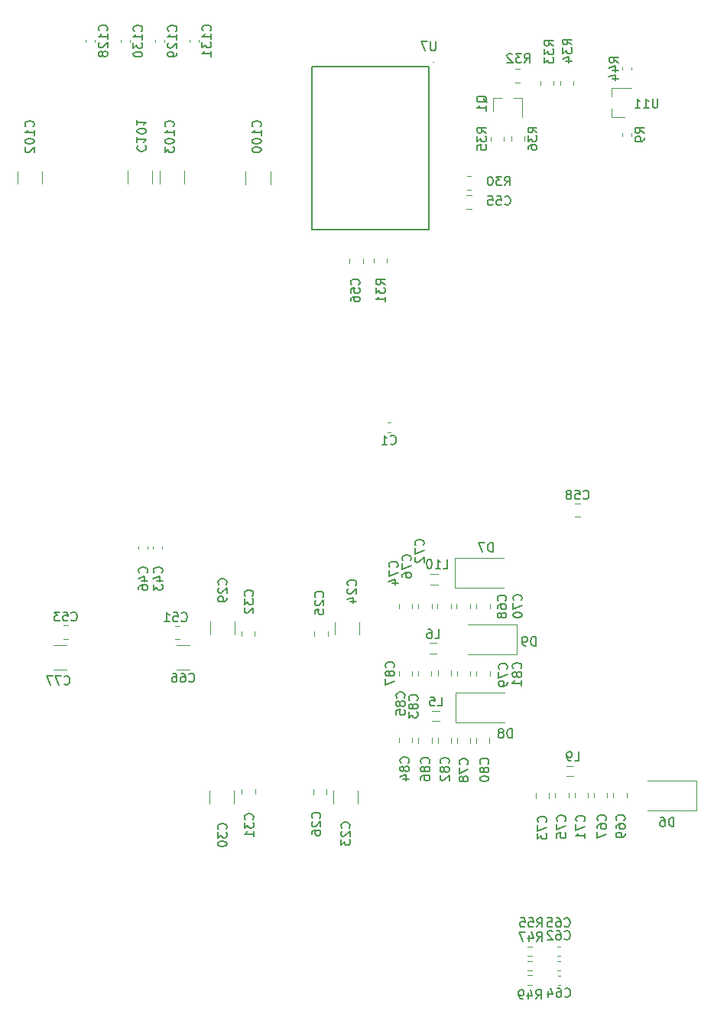
<source format=gbr>
G04 #@! TF.GenerationSoftware,KiCad,Pcbnew,5.1.9*
G04 #@! TF.CreationDate,2021-07-08T11:39:50+08:00*
G04 #@! TF.ProjectId,digital-amplifier2,64696769-7461-46c2-9d61-6d706c696669,rev?*
G04 #@! TF.SameCoordinates,Original*
G04 #@! TF.FileFunction,Legend,Bot*
G04 #@! TF.FilePolarity,Positive*
%FSLAX46Y46*%
G04 Gerber Fmt 4.6, Leading zero omitted, Abs format (unit mm)*
G04 Created by KiCad (PCBNEW 5.1.9) date 2021-07-08 11:39:50*
%MOMM*%
%LPD*%
G01*
G04 APERTURE LIST*
%ADD10C,0.120000*%
%ADD11C,0.150000*%
G04 APERTURE END LIST*
D10*
X172234320Y-120116720D02*
X172234320Y-119186720D01*
X172234320Y-116956720D02*
X172234320Y-117886720D01*
X172234320Y-116956720D02*
X174394320Y-116956720D01*
X172234320Y-120116720D02*
X173694320Y-120116720D01*
X173449520Y-114616620D02*
X173449520Y-114897780D01*
X174469520Y-114616620D02*
X174469520Y-114897780D01*
X174469520Y-122212980D02*
X174469520Y-121931820D01*
X173449520Y-122212980D02*
X173449520Y-121931820D01*
X154918200Y-172236400D02*
X154918200Y-168936400D01*
X154918200Y-168936400D02*
X160318200Y-168936400D01*
X154918200Y-172236400D02*
X160318200Y-172236400D01*
X152875822Y-178342360D02*
X152076578Y-178342360D01*
X152875822Y-179462360D02*
X152076578Y-179462360D01*
X153170462Y-185815040D02*
X152371218Y-185815040D01*
X153170462Y-186935040D02*
X152371218Y-186935040D01*
X161728360Y-176297320D02*
X161728360Y-179597320D01*
X161728360Y-179597320D02*
X156328360Y-179597320D01*
X161728360Y-176297320D02*
X156328360Y-176297320D01*
X154989320Y-187070000D02*
X154989320Y-183770000D01*
X154989320Y-183770000D02*
X160389320Y-183770000D01*
X154989320Y-187070000D02*
X160389320Y-187070000D01*
X148683040Y-181409708D02*
X148683040Y-181932212D01*
X150153040Y-181409708D02*
X150153040Y-181932212D01*
X150829975Y-188833508D02*
X150829975Y-189356012D01*
X152299975Y-188833508D02*
X152299975Y-189356012D01*
X150820760Y-181398108D02*
X150820760Y-181920612D01*
X152290760Y-181398108D02*
X152290760Y-181920612D01*
X148688120Y-188796028D02*
X148688120Y-189318532D01*
X150158120Y-188796028D02*
X150158120Y-189318532D01*
X152980720Y-181384308D02*
X152980720Y-181906812D01*
X154450720Y-181384308D02*
X154450720Y-181906812D01*
X152971830Y-188831588D02*
X152971830Y-189354092D01*
X154441830Y-188831588D02*
X154441830Y-189354092D01*
X157260620Y-181397008D02*
X157260620Y-181919512D01*
X158730620Y-181397008D02*
X158730620Y-181919512D01*
X157255540Y-188831588D02*
X157255540Y-189354092D01*
X158725540Y-188831588D02*
X158725540Y-189354092D01*
X155101620Y-181397008D02*
X155101620Y-181919512D01*
X156571620Y-181397008D02*
X156571620Y-181919512D01*
X155113685Y-188831588D02*
X155113685Y-189354092D01*
X156583685Y-188831588D02*
X156583685Y-189354092D01*
X111866732Y-178538040D02*
X110444228Y-178538040D01*
X111866732Y-181258040D02*
X110444228Y-181258040D01*
X124063708Y-181258040D02*
X125486212Y-181258040D01*
X124063708Y-178538040D02*
X125486212Y-178538040D01*
X166254820Y-211922900D02*
X166535980Y-211922900D01*
X166254820Y-212942900D02*
X166535980Y-212942900D01*
X166267520Y-215110600D02*
X166548680Y-215110600D01*
X166267520Y-216130600D02*
X166548680Y-216130600D01*
X166254820Y-213497700D02*
X166535980Y-213497700D01*
X166254820Y-214517700D02*
X166535980Y-214517700D01*
X162932342Y-212942700D02*
X163406858Y-212942700D01*
X162932342Y-211897700D02*
X163406858Y-211897700D01*
X162945042Y-216130400D02*
X163419558Y-216130400D01*
X162945042Y-215085400D02*
X163419558Y-215085400D01*
X162932342Y-214530200D02*
X163406858Y-214530200D01*
X162932342Y-213485200D02*
X163406858Y-213485200D01*
X168726752Y-164374500D02*
X168204248Y-164374500D01*
X168726752Y-162904500D02*
X168204248Y-162904500D01*
X167994000Y-116622564D02*
X167994000Y-116168436D01*
X166524000Y-116622564D02*
X166524000Y-116168436D01*
X147443580Y-153957560D02*
X147724740Y-153957560D01*
X147443580Y-154977560D02*
X147724740Y-154977560D01*
X125499400Y-111824380D02*
X125499400Y-111543220D01*
X126519400Y-111824380D02*
X126519400Y-111543220D01*
X117879400Y-111875180D02*
X117879400Y-111594020D01*
X118899400Y-111875180D02*
X118899400Y-111594020D01*
X121689400Y-111875180D02*
X121689400Y-111594020D01*
X122709400Y-111875180D02*
X122709400Y-111594020D01*
X114018600Y-111824380D02*
X114018600Y-111543220D01*
X115038600Y-111824380D02*
X115038600Y-111543220D01*
X122175440Y-127523292D02*
X122175440Y-126100788D01*
X124895440Y-127523292D02*
X124895440Y-126100788D01*
X106442680Y-127538532D02*
X106442680Y-126116028D01*
X109162680Y-127538532D02*
X109162680Y-126116028D01*
X118614360Y-127523292D02*
X118614360Y-126100788D01*
X121334360Y-127523292D02*
X121334360Y-126100788D01*
X131710600Y-127601292D02*
X131710600Y-126178788D01*
X134430600Y-127601292D02*
X134430600Y-126178788D01*
X119860600Y-167601020D02*
X119860600Y-167882180D01*
X120880600Y-167601020D02*
X120880600Y-167882180D01*
X121448100Y-167613720D02*
X121448100Y-167894880D01*
X122468100Y-167613720D02*
X122468100Y-167894880D01*
D11*
X152516840Y-114025680D02*
X152514300Y-114028220D01*
X139019000Y-114569240D02*
X151996140Y-114569240D01*
X139019000Y-132544820D02*
X139019000Y-114569240D01*
X152011380Y-132544820D02*
X139019000Y-132544820D01*
X152011380Y-114533680D02*
X152011380Y-132544820D01*
D10*
X162609200Y-122726184D02*
X162609200Y-122272056D01*
X161139200Y-122726184D02*
X161139200Y-122272056D01*
X158817640Y-122302536D02*
X158817640Y-122756664D01*
X160287640Y-122302536D02*
X160287640Y-122756664D01*
X165840080Y-116607324D02*
X165840080Y-116153196D01*
X164370080Y-116607324D02*
X164370080Y-116153196D01*
X161588716Y-116299920D02*
X162042844Y-116299920D01*
X161588716Y-114829920D02*
X162042844Y-114829920D01*
X147338720Y-135810256D02*
X147338720Y-136264384D01*
X145868720Y-135810256D02*
X145868720Y-136264384D01*
X156236936Y-128141400D02*
X156691064Y-128141400D01*
X156236936Y-126671400D02*
X156691064Y-126671400D01*
X159148660Y-118007860D02*
X160078660Y-118007860D01*
X162308660Y-118007860D02*
X161378660Y-118007860D01*
X162308660Y-118007860D02*
X162308660Y-120167860D01*
X159148660Y-118007860D02*
X159148660Y-119467860D01*
X153002822Y-170717280D02*
X152203578Y-170717280D01*
X153002822Y-171837280D02*
X152203578Y-171837280D01*
X168029462Y-191926280D02*
X167230218Y-191926280D01*
X168029462Y-193046280D02*
X167230218Y-193046280D01*
X181616560Y-193582020D02*
X181616560Y-196882020D01*
X181616560Y-196882020D02*
X176216560Y-196882020D01*
X181616560Y-193582020D02*
X176216560Y-193582020D01*
X150852200Y-173952268D02*
X150852200Y-174474772D01*
X152322200Y-173952268D02*
X152322200Y-174474772D01*
X165990600Y-194922508D02*
X165990600Y-195445012D01*
X167460600Y-194922508D02*
X167460600Y-195445012D01*
X148693200Y-173957348D02*
X148693200Y-174479852D01*
X150163200Y-173957348D02*
X150163200Y-174479852D01*
X163811280Y-194927588D02*
X163811280Y-195450092D01*
X165281280Y-194927588D02*
X165281280Y-195450092D01*
X152955320Y-173972588D02*
X152955320Y-174495092D01*
X154425320Y-173972588D02*
X154425320Y-174495092D01*
X168159760Y-194919968D02*
X168159760Y-195442472D01*
X169629760Y-194919968D02*
X169629760Y-195442472D01*
X157260620Y-173972588D02*
X157260620Y-174495092D01*
X158730620Y-173972588D02*
X158730620Y-174495092D01*
X172439660Y-194919968D02*
X172439660Y-195442472D01*
X173909660Y-194919968D02*
X173909660Y-195442472D01*
X155063520Y-173972588D02*
X155063520Y-174495092D01*
X156533520Y-173972588D02*
X156533520Y-174495092D01*
X170280660Y-194919968D02*
X170280660Y-195442472D01*
X171750660Y-194919968D02*
X171750660Y-195442472D01*
X143206800Y-135819248D02*
X143206800Y-136341752D01*
X144676800Y-135819248D02*
X144676800Y-136341752D01*
X156177348Y-130262300D02*
X156699852Y-130262300D01*
X156177348Y-128792300D02*
X156699852Y-128792300D01*
X112021252Y-176376660D02*
X111498748Y-176376660D01*
X112021252Y-177846660D02*
X111498748Y-177846660D01*
X123891408Y-177877140D02*
X124413912Y-177877140D01*
X123891408Y-176407140D02*
X124413912Y-176407140D01*
X132728640Y-177522772D02*
X132728640Y-177000268D01*
X131258640Y-177522772D02*
X131258640Y-177000268D01*
X131268800Y-194500868D02*
X131268800Y-195023372D01*
X132738800Y-194500868D02*
X132738800Y-195023372D01*
X127687240Y-194650308D02*
X127687240Y-196072812D01*
X130407240Y-194650308D02*
X130407240Y-196072812D01*
X130463120Y-177383492D02*
X130463120Y-175960988D01*
X127743120Y-177383492D02*
X127743120Y-175960988D01*
X139208840Y-194511028D02*
X139208840Y-195033532D01*
X140678840Y-194511028D02*
X140678840Y-195033532D01*
X140780440Y-177563412D02*
X140780440Y-177040908D01*
X139310440Y-177563412D02*
X139310440Y-177040908D01*
X144265480Y-177408892D02*
X144265480Y-175986388D01*
X141545480Y-177408892D02*
X141545480Y-175986388D01*
X141382920Y-194635068D02*
X141382920Y-196057572D01*
X144102920Y-194635068D02*
X144102920Y-196057572D01*
D11*
X177351535Y-118095780D02*
X177351535Y-118905304D01*
X177303916Y-119000542D01*
X177256297Y-119048161D01*
X177161059Y-119095780D01*
X176970582Y-119095780D01*
X176875344Y-119048161D01*
X176827725Y-119000542D01*
X176780106Y-118905304D01*
X176780106Y-118095780D01*
X175780106Y-119095780D02*
X176351535Y-119095780D01*
X176065820Y-119095780D02*
X176065820Y-118095780D01*
X176161059Y-118238638D01*
X176256297Y-118333876D01*
X176351535Y-118381495D01*
X174827725Y-119095780D02*
X175399154Y-119095780D01*
X175113440Y-119095780D02*
X175113440Y-118095780D01*
X175208678Y-118238638D01*
X175303916Y-118333876D01*
X175399154Y-118381495D01*
X172981900Y-114114342D02*
X172505710Y-113781009D01*
X172981900Y-113542914D02*
X171981900Y-113542914D01*
X171981900Y-113923866D01*
X172029520Y-114019104D01*
X172077139Y-114066723D01*
X172172377Y-114114342D01*
X172315234Y-114114342D01*
X172410472Y-114066723D01*
X172458091Y-114019104D01*
X172505710Y-113923866D01*
X172505710Y-113542914D01*
X172315234Y-114971485D02*
X172981900Y-114971485D01*
X171934281Y-114733390D02*
X172648567Y-114495295D01*
X172648567Y-115114342D01*
X172315234Y-115923866D02*
X172981900Y-115923866D01*
X171934281Y-115685771D02*
X172648567Y-115447676D01*
X172648567Y-116066723D01*
X175841900Y-121905733D02*
X175365710Y-121572400D01*
X175841900Y-121334304D02*
X174841900Y-121334304D01*
X174841900Y-121715257D01*
X174889520Y-121810495D01*
X174937139Y-121858114D01*
X175032377Y-121905733D01*
X175175234Y-121905733D01*
X175270472Y-121858114D01*
X175318091Y-121810495D01*
X175365710Y-121715257D01*
X175365710Y-121334304D01*
X175841900Y-122381923D02*
X175841900Y-122572400D01*
X175794281Y-122667638D01*
X175746662Y-122715257D01*
X175603805Y-122810495D01*
X175413329Y-122858114D01*
X175032377Y-122858114D01*
X174937139Y-122810495D01*
X174889520Y-122762876D01*
X174841900Y-122667638D01*
X174841900Y-122477161D01*
X174889520Y-122381923D01*
X174937139Y-122334304D01*
X175032377Y-122286685D01*
X175270472Y-122286685D01*
X175365710Y-122334304D01*
X175413329Y-122381923D01*
X175460948Y-122477161D01*
X175460948Y-122667638D01*
X175413329Y-122762876D01*
X175365710Y-122810495D01*
X175270472Y-122858114D01*
X159068995Y-168219380D02*
X159068995Y-167219380D01*
X158830900Y-167219380D01*
X158688042Y-167267000D01*
X158592804Y-167362238D01*
X158545185Y-167457476D01*
X158497566Y-167647952D01*
X158497566Y-167790809D01*
X158545185Y-167981285D01*
X158592804Y-168076523D01*
X158688042Y-168171761D01*
X158830900Y-168219380D01*
X159068995Y-168219380D01*
X158164233Y-167219380D02*
X157497566Y-167219380D01*
X157926138Y-168219380D01*
X152642866Y-177804740D02*
X153119057Y-177804740D01*
X153119057Y-176804740D01*
X151880961Y-176804740D02*
X152071438Y-176804740D01*
X152166676Y-176852360D01*
X152214295Y-176899979D01*
X152309533Y-177042836D01*
X152357152Y-177233312D01*
X152357152Y-177614264D01*
X152309533Y-177709502D01*
X152261914Y-177757121D01*
X152166676Y-177804740D01*
X151976200Y-177804740D01*
X151880961Y-177757121D01*
X151833342Y-177709502D01*
X151785723Y-177614264D01*
X151785723Y-177376169D01*
X151833342Y-177280931D01*
X151880961Y-177233312D01*
X151976200Y-177185693D01*
X152166676Y-177185693D01*
X152261914Y-177233312D01*
X152309533Y-177280931D01*
X152357152Y-177376169D01*
X152937506Y-185277420D02*
X153413697Y-185277420D01*
X153413697Y-184277420D01*
X152127982Y-184277420D02*
X152604173Y-184277420D01*
X152651792Y-184753611D01*
X152604173Y-184705992D01*
X152508935Y-184658373D01*
X152270840Y-184658373D01*
X152175601Y-184705992D01*
X152127982Y-184753611D01*
X152080363Y-184848849D01*
X152080363Y-185086944D01*
X152127982Y-185182182D01*
X152175601Y-185229801D01*
X152270840Y-185277420D01*
X152508935Y-185277420D01*
X152604173Y-185229801D01*
X152651792Y-185182182D01*
X163836575Y-178613060D02*
X163836575Y-177613060D01*
X163598480Y-177613060D01*
X163455622Y-177660680D01*
X163360384Y-177755918D01*
X163312765Y-177851156D01*
X163265146Y-178041632D01*
X163265146Y-178184489D01*
X163312765Y-178374965D01*
X163360384Y-178470203D01*
X163455622Y-178565441D01*
X163598480Y-178613060D01*
X163836575Y-178613060D01*
X162788956Y-178613060D02*
X162598480Y-178613060D01*
X162503241Y-178565441D01*
X162455622Y-178517822D01*
X162360384Y-178374965D01*
X162312765Y-178184489D01*
X162312765Y-177803537D01*
X162360384Y-177708299D01*
X162408003Y-177660680D01*
X162503241Y-177613060D01*
X162693718Y-177613060D01*
X162788956Y-177660680D01*
X162836575Y-177708299D01*
X162884194Y-177803537D01*
X162884194Y-178041632D01*
X162836575Y-178136870D01*
X162788956Y-178184489D01*
X162693718Y-178232108D01*
X162503241Y-178232108D01*
X162408003Y-178184489D01*
X162360384Y-178136870D01*
X162312765Y-178041632D01*
X161220375Y-188808620D02*
X161220375Y-187808620D01*
X160982280Y-187808620D01*
X160839422Y-187856240D01*
X160744184Y-187951478D01*
X160696565Y-188046716D01*
X160648946Y-188237192D01*
X160648946Y-188380049D01*
X160696565Y-188570525D01*
X160744184Y-188665763D01*
X160839422Y-188761001D01*
X160982280Y-188808620D01*
X161220375Y-188808620D01*
X160077518Y-188237192D02*
X160172756Y-188189573D01*
X160220375Y-188141954D01*
X160267994Y-188046716D01*
X160267994Y-187999097D01*
X160220375Y-187903859D01*
X160172756Y-187856240D01*
X160077518Y-187808620D01*
X159887041Y-187808620D01*
X159791803Y-187856240D01*
X159744184Y-187903859D01*
X159696565Y-187999097D01*
X159696565Y-188046716D01*
X159744184Y-188141954D01*
X159791803Y-188189573D01*
X159887041Y-188237192D01*
X160077518Y-188237192D01*
X160172756Y-188284811D01*
X160220375Y-188332430D01*
X160267994Y-188427668D01*
X160267994Y-188618144D01*
X160220375Y-188713382D01*
X160172756Y-188761001D01*
X160077518Y-188808620D01*
X159887041Y-188808620D01*
X159791803Y-188761001D01*
X159744184Y-188713382D01*
X159696565Y-188618144D01*
X159696565Y-188427668D01*
X159744184Y-188332430D01*
X159791803Y-188284811D01*
X159887041Y-188237192D01*
X148095182Y-181028102D02*
X148142801Y-180980483D01*
X148190420Y-180837626D01*
X148190420Y-180742388D01*
X148142801Y-180599531D01*
X148047563Y-180504293D01*
X147952325Y-180456674D01*
X147761849Y-180409055D01*
X147618992Y-180409055D01*
X147428516Y-180456674D01*
X147333278Y-180504293D01*
X147238040Y-180599531D01*
X147190420Y-180742388D01*
X147190420Y-180837626D01*
X147238040Y-180980483D01*
X147285659Y-181028102D01*
X147618992Y-181599531D02*
X147571373Y-181504293D01*
X147523754Y-181456674D01*
X147428516Y-181409055D01*
X147380897Y-181409055D01*
X147285659Y-181456674D01*
X147238040Y-181504293D01*
X147190420Y-181599531D01*
X147190420Y-181790007D01*
X147238040Y-181885245D01*
X147285659Y-181932864D01*
X147380897Y-181980483D01*
X147428516Y-181980483D01*
X147523754Y-181932864D01*
X147571373Y-181885245D01*
X147618992Y-181790007D01*
X147618992Y-181599531D01*
X147666611Y-181504293D01*
X147714230Y-181456674D01*
X147809468Y-181409055D01*
X147999944Y-181409055D01*
X148095182Y-181456674D01*
X148142801Y-181504293D01*
X148190420Y-181599531D01*
X148190420Y-181790007D01*
X148142801Y-181885245D01*
X148095182Y-181932864D01*
X147999944Y-181980483D01*
X147809468Y-181980483D01*
X147714230Y-181932864D01*
X147666611Y-181885245D01*
X147618992Y-181790007D01*
X147190420Y-182313817D02*
X147190420Y-182980483D01*
X148190420Y-182551912D01*
X151995142Y-191609742D02*
X152042761Y-191562123D01*
X152090380Y-191419266D01*
X152090380Y-191324028D01*
X152042761Y-191181171D01*
X151947523Y-191085933D01*
X151852285Y-191038314D01*
X151661809Y-190990695D01*
X151518952Y-190990695D01*
X151328476Y-191038314D01*
X151233238Y-191085933D01*
X151138000Y-191181171D01*
X151090380Y-191324028D01*
X151090380Y-191419266D01*
X151138000Y-191562123D01*
X151185619Y-191609742D01*
X151518952Y-192181171D02*
X151471333Y-192085933D01*
X151423714Y-192038314D01*
X151328476Y-191990695D01*
X151280857Y-191990695D01*
X151185619Y-192038314D01*
X151138000Y-192085933D01*
X151090380Y-192181171D01*
X151090380Y-192371647D01*
X151138000Y-192466885D01*
X151185619Y-192514504D01*
X151280857Y-192562123D01*
X151328476Y-192562123D01*
X151423714Y-192514504D01*
X151471333Y-192466885D01*
X151518952Y-192371647D01*
X151518952Y-192181171D01*
X151566571Y-192085933D01*
X151614190Y-192038314D01*
X151709428Y-191990695D01*
X151899904Y-191990695D01*
X151995142Y-192038314D01*
X152042761Y-192085933D01*
X152090380Y-192181171D01*
X152090380Y-192371647D01*
X152042761Y-192466885D01*
X151995142Y-192514504D01*
X151899904Y-192562123D01*
X151709428Y-192562123D01*
X151614190Y-192514504D01*
X151566571Y-192466885D01*
X151518952Y-192371647D01*
X151090380Y-193419266D02*
X151090380Y-193228790D01*
X151138000Y-193133552D01*
X151185619Y-193085933D01*
X151328476Y-192990695D01*
X151518952Y-192943076D01*
X151899904Y-192943076D01*
X151995142Y-192990695D01*
X152042761Y-193038314D01*
X152090380Y-193133552D01*
X152090380Y-193324028D01*
X152042761Y-193419266D01*
X151995142Y-193466885D01*
X151899904Y-193514504D01*
X151661809Y-193514504D01*
X151566571Y-193466885D01*
X151518952Y-193419266D01*
X151471333Y-193324028D01*
X151471333Y-193133552D01*
X151518952Y-193038314D01*
X151566571Y-192990695D01*
X151661809Y-192943076D01*
X149282422Y-184375822D02*
X149330041Y-184328203D01*
X149377660Y-184185346D01*
X149377660Y-184090108D01*
X149330041Y-183947251D01*
X149234803Y-183852013D01*
X149139565Y-183804394D01*
X148949089Y-183756775D01*
X148806232Y-183756775D01*
X148615756Y-183804394D01*
X148520518Y-183852013D01*
X148425280Y-183947251D01*
X148377660Y-184090108D01*
X148377660Y-184185346D01*
X148425280Y-184328203D01*
X148472899Y-184375822D01*
X148806232Y-184947251D02*
X148758613Y-184852013D01*
X148710994Y-184804394D01*
X148615756Y-184756775D01*
X148568137Y-184756775D01*
X148472899Y-184804394D01*
X148425280Y-184852013D01*
X148377660Y-184947251D01*
X148377660Y-185137727D01*
X148425280Y-185232965D01*
X148472899Y-185280584D01*
X148568137Y-185328203D01*
X148615756Y-185328203D01*
X148710994Y-185280584D01*
X148758613Y-185232965D01*
X148806232Y-185137727D01*
X148806232Y-184947251D01*
X148853851Y-184852013D01*
X148901470Y-184804394D01*
X148996708Y-184756775D01*
X149187184Y-184756775D01*
X149282422Y-184804394D01*
X149330041Y-184852013D01*
X149377660Y-184947251D01*
X149377660Y-185137727D01*
X149330041Y-185232965D01*
X149282422Y-185280584D01*
X149187184Y-185328203D01*
X148996708Y-185328203D01*
X148901470Y-185280584D01*
X148853851Y-185232965D01*
X148806232Y-185137727D01*
X148377660Y-186232965D02*
X148377660Y-185756775D01*
X148853851Y-185709156D01*
X148806232Y-185756775D01*
X148758613Y-185852013D01*
X148758613Y-186090108D01*
X148806232Y-186185346D01*
X148853851Y-186232965D01*
X148949089Y-186280584D01*
X149187184Y-186280584D01*
X149282422Y-186232965D01*
X149330041Y-186185346D01*
X149377660Y-186090108D01*
X149377660Y-185852013D01*
X149330041Y-185756775D01*
X149282422Y-185709156D01*
X149719302Y-191564022D02*
X149766921Y-191516403D01*
X149814540Y-191373546D01*
X149814540Y-191278308D01*
X149766921Y-191135451D01*
X149671683Y-191040213D01*
X149576445Y-190992594D01*
X149385969Y-190944975D01*
X149243112Y-190944975D01*
X149052636Y-190992594D01*
X148957398Y-191040213D01*
X148862160Y-191135451D01*
X148814540Y-191278308D01*
X148814540Y-191373546D01*
X148862160Y-191516403D01*
X148909779Y-191564022D01*
X149243112Y-192135451D02*
X149195493Y-192040213D01*
X149147874Y-191992594D01*
X149052636Y-191944975D01*
X149005017Y-191944975D01*
X148909779Y-191992594D01*
X148862160Y-192040213D01*
X148814540Y-192135451D01*
X148814540Y-192325927D01*
X148862160Y-192421165D01*
X148909779Y-192468784D01*
X149005017Y-192516403D01*
X149052636Y-192516403D01*
X149147874Y-192468784D01*
X149195493Y-192421165D01*
X149243112Y-192325927D01*
X149243112Y-192135451D01*
X149290731Y-192040213D01*
X149338350Y-191992594D01*
X149433588Y-191944975D01*
X149624064Y-191944975D01*
X149719302Y-191992594D01*
X149766921Y-192040213D01*
X149814540Y-192135451D01*
X149814540Y-192325927D01*
X149766921Y-192421165D01*
X149719302Y-192468784D01*
X149624064Y-192516403D01*
X149433588Y-192516403D01*
X149338350Y-192468784D01*
X149290731Y-192421165D01*
X149243112Y-192325927D01*
X149147874Y-193373546D02*
X149814540Y-193373546D01*
X148766921Y-193135451D02*
X149481207Y-192897356D01*
X149481207Y-193516403D01*
X150684502Y-184660302D02*
X150732121Y-184612683D01*
X150779740Y-184469826D01*
X150779740Y-184374588D01*
X150732121Y-184231731D01*
X150636883Y-184136493D01*
X150541645Y-184088874D01*
X150351169Y-184041255D01*
X150208312Y-184041255D01*
X150017836Y-184088874D01*
X149922598Y-184136493D01*
X149827360Y-184231731D01*
X149779740Y-184374588D01*
X149779740Y-184469826D01*
X149827360Y-184612683D01*
X149874979Y-184660302D01*
X150208312Y-185231731D02*
X150160693Y-185136493D01*
X150113074Y-185088874D01*
X150017836Y-185041255D01*
X149970217Y-185041255D01*
X149874979Y-185088874D01*
X149827360Y-185136493D01*
X149779740Y-185231731D01*
X149779740Y-185422207D01*
X149827360Y-185517445D01*
X149874979Y-185565064D01*
X149970217Y-185612683D01*
X150017836Y-185612683D01*
X150113074Y-185565064D01*
X150160693Y-185517445D01*
X150208312Y-185422207D01*
X150208312Y-185231731D01*
X150255931Y-185136493D01*
X150303550Y-185088874D01*
X150398788Y-185041255D01*
X150589264Y-185041255D01*
X150684502Y-185088874D01*
X150732121Y-185136493D01*
X150779740Y-185231731D01*
X150779740Y-185422207D01*
X150732121Y-185517445D01*
X150684502Y-185565064D01*
X150589264Y-185612683D01*
X150398788Y-185612683D01*
X150303550Y-185565064D01*
X150255931Y-185517445D01*
X150208312Y-185422207D01*
X149779740Y-185946017D02*
X149779740Y-186565064D01*
X150160693Y-186231731D01*
X150160693Y-186374588D01*
X150208312Y-186469826D01*
X150255931Y-186517445D01*
X150351169Y-186565064D01*
X150589264Y-186565064D01*
X150684502Y-186517445D01*
X150732121Y-186469826D01*
X150779740Y-186374588D01*
X150779740Y-186088874D01*
X150732121Y-185993636D01*
X150684502Y-185946017D01*
X154159222Y-191630062D02*
X154206841Y-191582443D01*
X154254460Y-191439586D01*
X154254460Y-191344348D01*
X154206841Y-191201491D01*
X154111603Y-191106253D01*
X154016365Y-191058634D01*
X153825889Y-191011015D01*
X153683032Y-191011015D01*
X153492556Y-191058634D01*
X153397318Y-191106253D01*
X153302080Y-191201491D01*
X153254460Y-191344348D01*
X153254460Y-191439586D01*
X153302080Y-191582443D01*
X153349699Y-191630062D01*
X153683032Y-192201491D02*
X153635413Y-192106253D01*
X153587794Y-192058634D01*
X153492556Y-192011015D01*
X153444937Y-192011015D01*
X153349699Y-192058634D01*
X153302080Y-192106253D01*
X153254460Y-192201491D01*
X153254460Y-192391967D01*
X153302080Y-192487205D01*
X153349699Y-192534824D01*
X153444937Y-192582443D01*
X153492556Y-192582443D01*
X153587794Y-192534824D01*
X153635413Y-192487205D01*
X153683032Y-192391967D01*
X153683032Y-192201491D01*
X153730651Y-192106253D01*
X153778270Y-192058634D01*
X153873508Y-192011015D01*
X154063984Y-192011015D01*
X154159222Y-192058634D01*
X154206841Y-192106253D01*
X154254460Y-192201491D01*
X154254460Y-192391967D01*
X154206841Y-192487205D01*
X154159222Y-192534824D01*
X154063984Y-192582443D01*
X153873508Y-192582443D01*
X153778270Y-192534824D01*
X153730651Y-192487205D01*
X153683032Y-192391967D01*
X153349699Y-192963396D02*
X153302080Y-193011015D01*
X153254460Y-193106253D01*
X153254460Y-193344348D01*
X153302080Y-193439586D01*
X153349699Y-193487205D01*
X153444937Y-193534824D01*
X153540175Y-193534824D01*
X153683032Y-193487205D01*
X154254460Y-192915777D01*
X154254460Y-193534824D01*
X162170382Y-181129702D02*
X162218001Y-181082083D01*
X162265620Y-180939226D01*
X162265620Y-180843988D01*
X162218001Y-180701131D01*
X162122763Y-180605893D01*
X162027525Y-180558274D01*
X161837049Y-180510655D01*
X161694192Y-180510655D01*
X161503716Y-180558274D01*
X161408478Y-180605893D01*
X161313240Y-180701131D01*
X161265620Y-180843988D01*
X161265620Y-180939226D01*
X161313240Y-181082083D01*
X161360859Y-181129702D01*
X161694192Y-181701131D02*
X161646573Y-181605893D01*
X161598954Y-181558274D01*
X161503716Y-181510655D01*
X161456097Y-181510655D01*
X161360859Y-181558274D01*
X161313240Y-181605893D01*
X161265620Y-181701131D01*
X161265620Y-181891607D01*
X161313240Y-181986845D01*
X161360859Y-182034464D01*
X161456097Y-182082083D01*
X161503716Y-182082083D01*
X161598954Y-182034464D01*
X161646573Y-181986845D01*
X161694192Y-181891607D01*
X161694192Y-181701131D01*
X161741811Y-181605893D01*
X161789430Y-181558274D01*
X161884668Y-181510655D01*
X162075144Y-181510655D01*
X162170382Y-181558274D01*
X162218001Y-181605893D01*
X162265620Y-181701131D01*
X162265620Y-181891607D01*
X162218001Y-181986845D01*
X162170382Y-182034464D01*
X162075144Y-182082083D01*
X161884668Y-182082083D01*
X161789430Y-182034464D01*
X161741811Y-181986845D01*
X161694192Y-181891607D01*
X162265620Y-183034464D02*
X162265620Y-182463036D01*
X162265620Y-182748750D02*
X161265620Y-182748750D01*
X161408478Y-182653512D01*
X161503716Y-182558274D01*
X161551335Y-182463036D01*
X158538182Y-191696102D02*
X158585801Y-191648483D01*
X158633420Y-191505626D01*
X158633420Y-191410388D01*
X158585801Y-191267531D01*
X158490563Y-191172293D01*
X158395325Y-191124674D01*
X158204849Y-191077055D01*
X158061992Y-191077055D01*
X157871516Y-191124674D01*
X157776278Y-191172293D01*
X157681040Y-191267531D01*
X157633420Y-191410388D01*
X157633420Y-191505626D01*
X157681040Y-191648483D01*
X157728659Y-191696102D01*
X158061992Y-192267531D02*
X158014373Y-192172293D01*
X157966754Y-192124674D01*
X157871516Y-192077055D01*
X157823897Y-192077055D01*
X157728659Y-192124674D01*
X157681040Y-192172293D01*
X157633420Y-192267531D01*
X157633420Y-192458007D01*
X157681040Y-192553245D01*
X157728659Y-192600864D01*
X157823897Y-192648483D01*
X157871516Y-192648483D01*
X157966754Y-192600864D01*
X158014373Y-192553245D01*
X158061992Y-192458007D01*
X158061992Y-192267531D01*
X158109611Y-192172293D01*
X158157230Y-192124674D01*
X158252468Y-192077055D01*
X158442944Y-192077055D01*
X158538182Y-192124674D01*
X158585801Y-192172293D01*
X158633420Y-192267531D01*
X158633420Y-192458007D01*
X158585801Y-192553245D01*
X158538182Y-192600864D01*
X158442944Y-192648483D01*
X158252468Y-192648483D01*
X158157230Y-192600864D01*
X158109611Y-192553245D01*
X158061992Y-192458007D01*
X157633420Y-193267531D02*
X157633420Y-193362769D01*
X157681040Y-193458007D01*
X157728659Y-193505626D01*
X157823897Y-193553245D01*
X158014373Y-193600864D01*
X158252468Y-193600864D01*
X158442944Y-193553245D01*
X158538182Y-193505626D01*
X158585801Y-193458007D01*
X158633420Y-193362769D01*
X158633420Y-193267531D01*
X158585801Y-193172293D01*
X158538182Y-193124674D01*
X158442944Y-193077055D01*
X158252468Y-193029436D01*
X158014373Y-193029436D01*
X157823897Y-193077055D01*
X157728659Y-193124674D01*
X157681040Y-193172293D01*
X157633420Y-193267531D01*
X160610822Y-181190662D02*
X160658441Y-181143043D01*
X160706060Y-181000186D01*
X160706060Y-180904948D01*
X160658441Y-180762091D01*
X160563203Y-180666853D01*
X160467965Y-180619234D01*
X160277489Y-180571615D01*
X160134632Y-180571615D01*
X159944156Y-180619234D01*
X159848918Y-180666853D01*
X159753680Y-180762091D01*
X159706060Y-180904948D01*
X159706060Y-181000186D01*
X159753680Y-181143043D01*
X159801299Y-181190662D01*
X159706060Y-181523996D02*
X159706060Y-182190662D01*
X160706060Y-181762091D01*
X160706060Y-182619234D02*
X160706060Y-182809710D01*
X160658441Y-182904948D01*
X160610822Y-182952567D01*
X160467965Y-183047805D01*
X160277489Y-183095424D01*
X159896537Y-183095424D01*
X159801299Y-183047805D01*
X159753680Y-183000186D01*
X159706060Y-182904948D01*
X159706060Y-182714472D01*
X159753680Y-182619234D01*
X159801299Y-182571615D01*
X159896537Y-182523996D01*
X160134632Y-182523996D01*
X160229870Y-182571615D01*
X160277489Y-182619234D01*
X160325108Y-182714472D01*
X160325108Y-182904948D01*
X160277489Y-183000186D01*
X160229870Y-183047805D01*
X160134632Y-183095424D01*
X156262342Y-191741822D02*
X156309961Y-191694203D01*
X156357580Y-191551346D01*
X156357580Y-191456108D01*
X156309961Y-191313251D01*
X156214723Y-191218013D01*
X156119485Y-191170394D01*
X155929009Y-191122775D01*
X155786152Y-191122775D01*
X155595676Y-191170394D01*
X155500438Y-191218013D01*
X155405200Y-191313251D01*
X155357580Y-191456108D01*
X155357580Y-191551346D01*
X155405200Y-191694203D01*
X155452819Y-191741822D01*
X155357580Y-192075156D02*
X155357580Y-192741822D01*
X156357580Y-192313251D01*
X155786152Y-193265632D02*
X155738533Y-193170394D01*
X155690914Y-193122775D01*
X155595676Y-193075156D01*
X155548057Y-193075156D01*
X155452819Y-193122775D01*
X155405200Y-193170394D01*
X155357580Y-193265632D01*
X155357580Y-193456108D01*
X155405200Y-193551346D01*
X155452819Y-193598965D01*
X155548057Y-193646584D01*
X155595676Y-193646584D01*
X155690914Y-193598965D01*
X155738533Y-193551346D01*
X155786152Y-193456108D01*
X155786152Y-193265632D01*
X155833771Y-193170394D01*
X155881390Y-193122775D01*
X155976628Y-193075156D01*
X156167104Y-193075156D01*
X156262342Y-193122775D01*
X156309961Y-193170394D01*
X156357580Y-193265632D01*
X156357580Y-193456108D01*
X156309961Y-193551346D01*
X156262342Y-193598965D01*
X156167104Y-193646584D01*
X155976628Y-193646584D01*
X155881390Y-193598965D01*
X155833771Y-193551346D01*
X155786152Y-193456108D01*
X111625617Y-182845982D02*
X111673236Y-182893601D01*
X111816093Y-182941220D01*
X111911331Y-182941220D01*
X112054188Y-182893601D01*
X112149426Y-182798363D01*
X112197045Y-182703125D01*
X112244664Y-182512649D01*
X112244664Y-182369792D01*
X112197045Y-182179316D01*
X112149426Y-182084078D01*
X112054188Y-181988840D01*
X111911331Y-181941220D01*
X111816093Y-181941220D01*
X111673236Y-181988840D01*
X111625617Y-182036459D01*
X111292283Y-181941220D02*
X110625617Y-181941220D01*
X111054188Y-182941220D01*
X110339902Y-181941220D02*
X109673236Y-181941220D01*
X110101807Y-182941220D01*
X125417817Y-182555182D02*
X125465436Y-182602801D01*
X125608293Y-182650420D01*
X125703531Y-182650420D01*
X125846388Y-182602801D01*
X125941626Y-182507563D01*
X125989245Y-182412325D01*
X126036864Y-182221849D01*
X126036864Y-182078992D01*
X125989245Y-181888516D01*
X125941626Y-181793278D01*
X125846388Y-181698040D01*
X125703531Y-181650420D01*
X125608293Y-181650420D01*
X125465436Y-181698040D01*
X125417817Y-181745659D01*
X124560674Y-181650420D02*
X124751150Y-181650420D01*
X124846388Y-181698040D01*
X124894007Y-181745659D01*
X124989245Y-181888516D01*
X125036864Y-182078992D01*
X125036864Y-182459944D01*
X124989245Y-182555182D01*
X124941626Y-182602801D01*
X124846388Y-182650420D01*
X124655912Y-182650420D01*
X124560674Y-182602801D01*
X124513055Y-182555182D01*
X124465436Y-182459944D01*
X124465436Y-182221849D01*
X124513055Y-182126611D01*
X124560674Y-182078992D01*
X124655912Y-182031373D01*
X124846388Y-182031373D01*
X124941626Y-182078992D01*
X124989245Y-182126611D01*
X125036864Y-182221849D01*
X123608293Y-181650420D02*
X123798769Y-181650420D01*
X123894007Y-181698040D01*
X123941626Y-181745659D01*
X124036864Y-181888516D01*
X124084483Y-182078992D01*
X124084483Y-182459944D01*
X124036864Y-182555182D01*
X123989245Y-182602801D01*
X123894007Y-182650420D01*
X123703531Y-182650420D01*
X123608293Y-182602801D01*
X123560674Y-182555182D01*
X123513055Y-182459944D01*
X123513055Y-182221849D01*
X123560674Y-182126611D01*
X123608293Y-182078992D01*
X123703531Y-182031373D01*
X123894007Y-182031373D01*
X123989245Y-182078992D01*
X124036864Y-182126611D01*
X124084483Y-182221849D01*
X167002697Y-209642982D02*
X167050316Y-209690601D01*
X167193173Y-209738220D01*
X167288411Y-209738220D01*
X167431268Y-209690601D01*
X167526506Y-209595363D01*
X167574125Y-209500125D01*
X167621744Y-209309649D01*
X167621744Y-209166792D01*
X167574125Y-208976316D01*
X167526506Y-208881078D01*
X167431268Y-208785840D01*
X167288411Y-208738220D01*
X167193173Y-208738220D01*
X167050316Y-208785840D01*
X167002697Y-208833459D01*
X166145554Y-208738220D02*
X166336030Y-208738220D01*
X166431268Y-208785840D01*
X166478887Y-208833459D01*
X166574125Y-208976316D01*
X166621744Y-209166792D01*
X166621744Y-209547744D01*
X166574125Y-209642982D01*
X166526506Y-209690601D01*
X166431268Y-209738220D01*
X166240792Y-209738220D01*
X166145554Y-209690601D01*
X166097935Y-209642982D01*
X166050316Y-209547744D01*
X166050316Y-209309649D01*
X166097935Y-209214411D01*
X166145554Y-209166792D01*
X166240792Y-209119173D01*
X166431268Y-209119173D01*
X166526506Y-209166792D01*
X166574125Y-209214411D01*
X166621744Y-209309649D01*
X165145554Y-208738220D02*
X165621744Y-208738220D01*
X165669363Y-209214411D01*
X165621744Y-209166792D01*
X165526506Y-209119173D01*
X165288411Y-209119173D01*
X165193173Y-209166792D01*
X165145554Y-209214411D01*
X165097935Y-209309649D01*
X165097935Y-209547744D01*
X165145554Y-209642982D01*
X165193173Y-209690601D01*
X165288411Y-209738220D01*
X165526506Y-209738220D01*
X165621744Y-209690601D01*
X165669363Y-209642982D01*
X167050957Y-217407742D02*
X167098576Y-217455361D01*
X167241433Y-217502980D01*
X167336671Y-217502980D01*
X167479528Y-217455361D01*
X167574766Y-217360123D01*
X167622385Y-217264885D01*
X167670004Y-217074409D01*
X167670004Y-216931552D01*
X167622385Y-216741076D01*
X167574766Y-216645838D01*
X167479528Y-216550600D01*
X167336671Y-216502980D01*
X167241433Y-216502980D01*
X167098576Y-216550600D01*
X167050957Y-216598219D01*
X166193814Y-216502980D02*
X166384290Y-216502980D01*
X166479528Y-216550600D01*
X166527147Y-216598219D01*
X166622385Y-216741076D01*
X166670004Y-216931552D01*
X166670004Y-217312504D01*
X166622385Y-217407742D01*
X166574766Y-217455361D01*
X166479528Y-217502980D01*
X166289052Y-217502980D01*
X166193814Y-217455361D01*
X166146195Y-217407742D01*
X166098576Y-217312504D01*
X166098576Y-217074409D01*
X166146195Y-216979171D01*
X166193814Y-216931552D01*
X166289052Y-216883933D01*
X166479528Y-216883933D01*
X166574766Y-216931552D01*
X166622385Y-216979171D01*
X166670004Y-217074409D01*
X165241433Y-216836314D02*
X165241433Y-217502980D01*
X165479528Y-216455361D02*
X165717623Y-217169647D01*
X165098576Y-217169647D01*
X167023017Y-211055222D02*
X167070636Y-211102841D01*
X167213493Y-211150460D01*
X167308731Y-211150460D01*
X167451588Y-211102841D01*
X167546826Y-211007603D01*
X167594445Y-210912365D01*
X167642064Y-210721889D01*
X167642064Y-210579032D01*
X167594445Y-210388556D01*
X167546826Y-210293318D01*
X167451588Y-210198080D01*
X167308731Y-210150460D01*
X167213493Y-210150460D01*
X167070636Y-210198080D01*
X167023017Y-210245699D01*
X166165874Y-210150460D02*
X166356350Y-210150460D01*
X166451588Y-210198080D01*
X166499207Y-210245699D01*
X166594445Y-210388556D01*
X166642064Y-210579032D01*
X166642064Y-210959984D01*
X166594445Y-211055222D01*
X166546826Y-211102841D01*
X166451588Y-211150460D01*
X166261112Y-211150460D01*
X166165874Y-211102841D01*
X166118255Y-211055222D01*
X166070636Y-210959984D01*
X166070636Y-210721889D01*
X166118255Y-210626651D01*
X166165874Y-210579032D01*
X166261112Y-210531413D01*
X166451588Y-210531413D01*
X166546826Y-210579032D01*
X166594445Y-210626651D01*
X166642064Y-210721889D01*
X165689683Y-210245699D02*
X165642064Y-210198080D01*
X165546826Y-210150460D01*
X165308731Y-210150460D01*
X165213493Y-210198080D01*
X165165874Y-210245699D01*
X165118255Y-210340937D01*
X165118255Y-210436175D01*
X165165874Y-210579032D01*
X165737302Y-211150460D01*
X165118255Y-211150460D01*
X163975017Y-209738220D02*
X164308350Y-209262030D01*
X164546445Y-209738220D02*
X164546445Y-208738220D01*
X164165493Y-208738220D01*
X164070255Y-208785840D01*
X164022636Y-208833459D01*
X163975017Y-208928697D01*
X163975017Y-209071554D01*
X164022636Y-209166792D01*
X164070255Y-209214411D01*
X164165493Y-209262030D01*
X164546445Y-209262030D01*
X163070255Y-208738220D02*
X163546445Y-208738220D01*
X163594064Y-209214411D01*
X163546445Y-209166792D01*
X163451207Y-209119173D01*
X163213112Y-209119173D01*
X163117874Y-209166792D01*
X163070255Y-209214411D01*
X163022636Y-209309649D01*
X163022636Y-209547744D01*
X163070255Y-209642982D01*
X163117874Y-209690601D01*
X163213112Y-209738220D01*
X163451207Y-209738220D01*
X163546445Y-209690601D01*
X163594064Y-209642982D01*
X162117874Y-208738220D02*
X162594064Y-208738220D01*
X162641683Y-209214411D01*
X162594064Y-209166792D01*
X162498826Y-209119173D01*
X162260731Y-209119173D01*
X162165493Y-209166792D01*
X162117874Y-209214411D01*
X162070255Y-209309649D01*
X162070255Y-209547744D01*
X162117874Y-209642982D01*
X162165493Y-209690601D01*
X162260731Y-209738220D01*
X162498826Y-209738220D01*
X162594064Y-209690601D01*
X162641683Y-209642982D01*
X163842937Y-217693500D02*
X164176270Y-217217310D01*
X164414365Y-217693500D02*
X164414365Y-216693500D01*
X164033413Y-216693500D01*
X163938175Y-216741120D01*
X163890556Y-216788739D01*
X163842937Y-216883977D01*
X163842937Y-217026834D01*
X163890556Y-217122072D01*
X163938175Y-217169691D01*
X164033413Y-217217310D01*
X164414365Y-217217310D01*
X162985794Y-217026834D02*
X162985794Y-217693500D01*
X163223889Y-216645881D02*
X163461984Y-217360167D01*
X162842937Y-217360167D01*
X162414365Y-217693500D02*
X162223889Y-217693500D01*
X162128651Y-217645881D01*
X162081032Y-217598262D01*
X161985794Y-217455405D01*
X161938175Y-217264929D01*
X161938175Y-216883977D01*
X161985794Y-216788739D01*
X162033413Y-216741120D01*
X162128651Y-216693500D01*
X162319127Y-216693500D01*
X162414365Y-216741120D01*
X162461984Y-216788739D01*
X162509603Y-216883977D01*
X162509603Y-217122072D01*
X162461984Y-217217310D01*
X162414365Y-217264929D01*
X162319127Y-217312548D01*
X162128651Y-217312548D01*
X162033413Y-217264929D01*
X161985794Y-217217310D01*
X161938175Y-217122072D01*
X163949617Y-211287620D02*
X164282950Y-210811430D01*
X164521045Y-211287620D02*
X164521045Y-210287620D01*
X164140093Y-210287620D01*
X164044855Y-210335240D01*
X163997236Y-210382859D01*
X163949617Y-210478097D01*
X163949617Y-210620954D01*
X163997236Y-210716192D01*
X164044855Y-210763811D01*
X164140093Y-210811430D01*
X164521045Y-210811430D01*
X163092474Y-210620954D02*
X163092474Y-211287620D01*
X163330569Y-210240001D02*
X163568664Y-210954287D01*
X162949617Y-210954287D01*
X162663902Y-210287620D02*
X161997236Y-210287620D01*
X162425807Y-211287620D01*
X169108357Y-162316642D02*
X169155976Y-162364261D01*
X169298833Y-162411880D01*
X169394071Y-162411880D01*
X169536928Y-162364261D01*
X169632166Y-162269023D01*
X169679785Y-162173785D01*
X169727404Y-161983309D01*
X169727404Y-161840452D01*
X169679785Y-161649976D01*
X169632166Y-161554738D01*
X169536928Y-161459500D01*
X169394071Y-161411880D01*
X169298833Y-161411880D01*
X169155976Y-161459500D01*
X169108357Y-161507119D01*
X168203595Y-161411880D02*
X168679785Y-161411880D01*
X168727404Y-161888071D01*
X168679785Y-161840452D01*
X168584547Y-161792833D01*
X168346452Y-161792833D01*
X168251214Y-161840452D01*
X168203595Y-161888071D01*
X168155976Y-161983309D01*
X168155976Y-162221404D01*
X168203595Y-162316642D01*
X168251214Y-162364261D01*
X168346452Y-162411880D01*
X168584547Y-162411880D01*
X168679785Y-162364261D01*
X168727404Y-162316642D01*
X167584547Y-161840452D02*
X167679785Y-161792833D01*
X167727404Y-161745214D01*
X167775023Y-161649976D01*
X167775023Y-161602357D01*
X167727404Y-161507119D01*
X167679785Y-161459500D01*
X167584547Y-161411880D01*
X167394071Y-161411880D01*
X167298833Y-161459500D01*
X167251214Y-161507119D01*
X167203595Y-161602357D01*
X167203595Y-161649976D01*
X167251214Y-161745214D01*
X167298833Y-161792833D01*
X167394071Y-161840452D01*
X167584547Y-161840452D01*
X167679785Y-161888071D01*
X167727404Y-161935690D01*
X167775023Y-162030928D01*
X167775023Y-162221404D01*
X167727404Y-162316642D01*
X167679785Y-162364261D01*
X167584547Y-162411880D01*
X167394071Y-162411880D01*
X167298833Y-162364261D01*
X167251214Y-162316642D01*
X167203595Y-162221404D01*
X167203595Y-162030928D01*
X167251214Y-161935690D01*
X167298833Y-161888071D01*
X167394071Y-161840452D01*
X167838380Y-112133142D02*
X167362190Y-111799809D01*
X167838380Y-111561714D02*
X166838380Y-111561714D01*
X166838380Y-111942666D01*
X166886000Y-112037904D01*
X166933619Y-112085523D01*
X167028857Y-112133142D01*
X167171714Y-112133142D01*
X167266952Y-112085523D01*
X167314571Y-112037904D01*
X167362190Y-111942666D01*
X167362190Y-111561714D01*
X166838380Y-112466476D02*
X166838380Y-113085523D01*
X167219333Y-112752190D01*
X167219333Y-112895047D01*
X167266952Y-112990285D01*
X167314571Y-113037904D01*
X167409809Y-113085523D01*
X167647904Y-113085523D01*
X167743142Y-113037904D01*
X167790761Y-112990285D01*
X167838380Y-112895047D01*
X167838380Y-112609333D01*
X167790761Y-112514095D01*
X167743142Y-112466476D01*
X167171714Y-113942666D02*
X167838380Y-113942666D01*
X166790761Y-113704571D02*
X167505047Y-113466476D01*
X167505047Y-114085523D01*
X147750826Y-156254702D02*
X147798445Y-156302321D01*
X147941302Y-156349940D01*
X148036540Y-156349940D01*
X148179398Y-156302321D01*
X148274636Y-156207083D01*
X148322255Y-156111845D01*
X148369874Y-155921369D01*
X148369874Y-155778512D01*
X148322255Y-155588036D01*
X148274636Y-155492798D01*
X148179398Y-155397560D01*
X148036540Y-155349940D01*
X147941302Y-155349940D01*
X147798445Y-155397560D01*
X147750826Y-155445179D01*
X146798445Y-156349940D02*
X147369874Y-156349940D01*
X147084160Y-156349940D02*
X147084160Y-155349940D01*
X147179398Y-155492798D01*
X147274636Y-155588036D01*
X147369874Y-155635655D01*
X127796542Y-110564752D02*
X127844161Y-110517133D01*
X127891780Y-110374276D01*
X127891780Y-110279038D01*
X127844161Y-110136180D01*
X127748923Y-110040942D01*
X127653685Y-109993323D01*
X127463209Y-109945704D01*
X127320352Y-109945704D01*
X127129876Y-109993323D01*
X127034638Y-110040942D01*
X126939400Y-110136180D01*
X126891780Y-110279038D01*
X126891780Y-110374276D01*
X126939400Y-110517133D01*
X126987019Y-110564752D01*
X127891780Y-111517133D02*
X127891780Y-110945704D01*
X127891780Y-111231419D02*
X126891780Y-111231419D01*
X127034638Y-111136180D01*
X127129876Y-111040942D01*
X127177495Y-110945704D01*
X126891780Y-111850466D02*
X126891780Y-112469514D01*
X127272733Y-112136180D01*
X127272733Y-112279038D01*
X127320352Y-112374276D01*
X127367971Y-112421895D01*
X127463209Y-112469514D01*
X127701304Y-112469514D01*
X127796542Y-112421895D01*
X127844161Y-112374276D01*
X127891780Y-112279038D01*
X127891780Y-111993323D01*
X127844161Y-111898085D01*
X127796542Y-111850466D01*
X127891780Y-113421895D02*
X127891780Y-112850466D01*
X127891780Y-113136180D02*
X126891780Y-113136180D01*
X127034638Y-113040942D01*
X127129876Y-112945704D01*
X127177495Y-112850466D01*
X120176542Y-110615552D02*
X120224161Y-110567933D01*
X120271780Y-110425076D01*
X120271780Y-110329838D01*
X120224161Y-110186980D01*
X120128923Y-110091742D01*
X120033685Y-110044123D01*
X119843209Y-109996504D01*
X119700352Y-109996504D01*
X119509876Y-110044123D01*
X119414638Y-110091742D01*
X119319400Y-110186980D01*
X119271780Y-110329838D01*
X119271780Y-110425076D01*
X119319400Y-110567933D01*
X119367019Y-110615552D01*
X120271780Y-111567933D02*
X120271780Y-110996504D01*
X120271780Y-111282219D02*
X119271780Y-111282219D01*
X119414638Y-111186980D01*
X119509876Y-111091742D01*
X119557495Y-110996504D01*
X119271780Y-111901266D02*
X119271780Y-112520314D01*
X119652733Y-112186980D01*
X119652733Y-112329838D01*
X119700352Y-112425076D01*
X119747971Y-112472695D01*
X119843209Y-112520314D01*
X120081304Y-112520314D01*
X120176542Y-112472695D01*
X120224161Y-112425076D01*
X120271780Y-112329838D01*
X120271780Y-112044123D01*
X120224161Y-111948885D01*
X120176542Y-111901266D01*
X119271780Y-113139361D02*
X119271780Y-113234600D01*
X119319400Y-113329838D01*
X119367019Y-113377457D01*
X119462257Y-113425076D01*
X119652733Y-113472695D01*
X119890828Y-113472695D01*
X120081304Y-113425076D01*
X120176542Y-113377457D01*
X120224161Y-113329838D01*
X120271780Y-113234600D01*
X120271780Y-113139361D01*
X120224161Y-113044123D01*
X120176542Y-112996504D01*
X120081304Y-112948885D01*
X119890828Y-112901266D01*
X119652733Y-112901266D01*
X119462257Y-112948885D01*
X119367019Y-112996504D01*
X119319400Y-113044123D01*
X119271780Y-113139361D01*
X123986542Y-110615552D02*
X124034161Y-110567933D01*
X124081780Y-110425076D01*
X124081780Y-110329838D01*
X124034161Y-110186980D01*
X123938923Y-110091742D01*
X123843685Y-110044123D01*
X123653209Y-109996504D01*
X123510352Y-109996504D01*
X123319876Y-110044123D01*
X123224638Y-110091742D01*
X123129400Y-110186980D01*
X123081780Y-110329838D01*
X123081780Y-110425076D01*
X123129400Y-110567933D01*
X123177019Y-110615552D01*
X124081780Y-111567933D02*
X124081780Y-110996504D01*
X124081780Y-111282219D02*
X123081780Y-111282219D01*
X123224638Y-111186980D01*
X123319876Y-111091742D01*
X123367495Y-110996504D01*
X123177019Y-111948885D02*
X123129400Y-111996504D01*
X123081780Y-112091742D01*
X123081780Y-112329838D01*
X123129400Y-112425076D01*
X123177019Y-112472695D01*
X123272257Y-112520314D01*
X123367495Y-112520314D01*
X123510352Y-112472695D01*
X124081780Y-111901266D01*
X124081780Y-112520314D01*
X124081780Y-112996504D02*
X124081780Y-113186980D01*
X124034161Y-113282219D01*
X123986542Y-113329838D01*
X123843685Y-113425076D01*
X123653209Y-113472695D01*
X123272257Y-113472695D01*
X123177019Y-113425076D01*
X123129400Y-113377457D01*
X123081780Y-113282219D01*
X123081780Y-113091742D01*
X123129400Y-112996504D01*
X123177019Y-112948885D01*
X123272257Y-112901266D01*
X123510352Y-112901266D01*
X123605590Y-112948885D01*
X123653209Y-112996504D01*
X123700828Y-113091742D01*
X123700828Y-113282219D01*
X123653209Y-113377457D01*
X123605590Y-113425076D01*
X123510352Y-113472695D01*
X116315742Y-110564752D02*
X116363361Y-110517133D01*
X116410980Y-110374276D01*
X116410980Y-110279038D01*
X116363361Y-110136180D01*
X116268123Y-110040942D01*
X116172885Y-109993323D01*
X115982409Y-109945704D01*
X115839552Y-109945704D01*
X115649076Y-109993323D01*
X115553838Y-110040942D01*
X115458600Y-110136180D01*
X115410980Y-110279038D01*
X115410980Y-110374276D01*
X115458600Y-110517133D01*
X115506219Y-110564752D01*
X116410980Y-111517133D02*
X116410980Y-110945704D01*
X116410980Y-111231419D02*
X115410980Y-111231419D01*
X115553838Y-111136180D01*
X115649076Y-111040942D01*
X115696695Y-110945704D01*
X115506219Y-111898085D02*
X115458600Y-111945704D01*
X115410980Y-112040942D01*
X115410980Y-112279038D01*
X115458600Y-112374276D01*
X115506219Y-112421895D01*
X115601457Y-112469514D01*
X115696695Y-112469514D01*
X115839552Y-112421895D01*
X116410980Y-111850466D01*
X116410980Y-112469514D01*
X115839552Y-113040942D02*
X115791933Y-112945704D01*
X115744314Y-112898085D01*
X115649076Y-112850466D01*
X115601457Y-112850466D01*
X115506219Y-112898085D01*
X115458600Y-112945704D01*
X115410980Y-113040942D01*
X115410980Y-113231419D01*
X115458600Y-113326657D01*
X115506219Y-113374276D01*
X115601457Y-113421895D01*
X115649076Y-113421895D01*
X115744314Y-113374276D01*
X115791933Y-113326657D01*
X115839552Y-113231419D01*
X115839552Y-113040942D01*
X115887171Y-112945704D01*
X115934790Y-112898085D01*
X116030028Y-112850466D01*
X116220504Y-112850466D01*
X116315742Y-112898085D01*
X116363361Y-112945704D01*
X116410980Y-113040942D01*
X116410980Y-113231419D01*
X116363361Y-113326657D01*
X116315742Y-113374276D01*
X116220504Y-113421895D01*
X116030028Y-113421895D01*
X115934790Y-113374276D01*
X115887171Y-113326657D01*
X115839552Y-113231419D01*
X123674142Y-121181952D02*
X123721761Y-121134333D01*
X123769380Y-120991476D01*
X123769380Y-120896238D01*
X123721761Y-120753380D01*
X123626523Y-120658142D01*
X123531285Y-120610523D01*
X123340809Y-120562904D01*
X123197952Y-120562904D01*
X123007476Y-120610523D01*
X122912238Y-120658142D01*
X122817000Y-120753380D01*
X122769380Y-120896238D01*
X122769380Y-120991476D01*
X122817000Y-121134333D01*
X122864619Y-121181952D01*
X123769380Y-122134333D02*
X123769380Y-121562904D01*
X123769380Y-121848619D02*
X122769380Y-121848619D01*
X122912238Y-121753380D01*
X123007476Y-121658142D01*
X123055095Y-121562904D01*
X122769380Y-122753380D02*
X122769380Y-122848619D01*
X122817000Y-122943857D01*
X122864619Y-122991476D01*
X122959857Y-123039095D01*
X123150333Y-123086714D01*
X123388428Y-123086714D01*
X123578904Y-123039095D01*
X123674142Y-122991476D01*
X123721761Y-122943857D01*
X123769380Y-122848619D01*
X123769380Y-122753380D01*
X123721761Y-122658142D01*
X123674142Y-122610523D01*
X123578904Y-122562904D01*
X123388428Y-122515285D01*
X123150333Y-122515285D01*
X122959857Y-122562904D01*
X122864619Y-122610523D01*
X122817000Y-122658142D01*
X122769380Y-122753380D01*
X122769380Y-123420047D02*
X122769380Y-124039095D01*
X123150333Y-123705761D01*
X123150333Y-123848619D01*
X123197952Y-123943857D01*
X123245571Y-123991476D01*
X123340809Y-124039095D01*
X123578904Y-124039095D01*
X123674142Y-123991476D01*
X123721761Y-123943857D01*
X123769380Y-123848619D01*
X123769380Y-123562904D01*
X123721761Y-123467666D01*
X123674142Y-123420047D01*
X108180142Y-121181952D02*
X108227761Y-121134333D01*
X108275380Y-120991476D01*
X108275380Y-120896238D01*
X108227761Y-120753380D01*
X108132523Y-120658142D01*
X108037285Y-120610523D01*
X107846809Y-120562904D01*
X107703952Y-120562904D01*
X107513476Y-120610523D01*
X107418238Y-120658142D01*
X107323000Y-120753380D01*
X107275380Y-120896238D01*
X107275380Y-120991476D01*
X107323000Y-121134333D01*
X107370619Y-121181952D01*
X108275380Y-122134333D02*
X108275380Y-121562904D01*
X108275380Y-121848619D02*
X107275380Y-121848619D01*
X107418238Y-121753380D01*
X107513476Y-121658142D01*
X107561095Y-121562904D01*
X107275380Y-122753380D02*
X107275380Y-122848619D01*
X107323000Y-122943857D01*
X107370619Y-122991476D01*
X107465857Y-123039095D01*
X107656333Y-123086714D01*
X107894428Y-123086714D01*
X108084904Y-123039095D01*
X108180142Y-122991476D01*
X108227761Y-122943857D01*
X108275380Y-122848619D01*
X108275380Y-122753380D01*
X108227761Y-122658142D01*
X108180142Y-122610523D01*
X108084904Y-122562904D01*
X107894428Y-122515285D01*
X107656333Y-122515285D01*
X107465857Y-122562904D01*
X107370619Y-122610523D01*
X107323000Y-122658142D01*
X107275380Y-122753380D01*
X107370619Y-123467666D02*
X107323000Y-123515285D01*
X107275380Y-123610523D01*
X107275380Y-123848619D01*
X107323000Y-123943857D01*
X107370619Y-123991476D01*
X107465857Y-124039095D01*
X107561095Y-124039095D01*
X107703952Y-123991476D01*
X108275380Y-123420047D01*
X108275380Y-124039095D01*
X119784857Y-123293047D02*
X119737238Y-123340666D01*
X119689619Y-123483523D01*
X119689619Y-123578761D01*
X119737238Y-123721619D01*
X119832476Y-123816857D01*
X119927714Y-123864476D01*
X120118190Y-123912095D01*
X120261047Y-123912095D01*
X120451523Y-123864476D01*
X120546761Y-123816857D01*
X120642000Y-123721619D01*
X120689619Y-123578761D01*
X120689619Y-123483523D01*
X120642000Y-123340666D01*
X120594380Y-123293047D01*
X119689619Y-122340666D02*
X119689619Y-122912095D01*
X119689619Y-122626380D02*
X120689619Y-122626380D01*
X120546761Y-122721619D01*
X120451523Y-122816857D01*
X120403904Y-122912095D01*
X120689619Y-121721619D02*
X120689619Y-121626380D01*
X120642000Y-121531142D01*
X120594380Y-121483523D01*
X120499142Y-121435904D01*
X120308666Y-121388285D01*
X120070571Y-121388285D01*
X119880095Y-121435904D01*
X119784857Y-121483523D01*
X119737238Y-121531142D01*
X119689619Y-121626380D01*
X119689619Y-121721619D01*
X119737238Y-121816857D01*
X119784857Y-121864476D01*
X119880095Y-121912095D01*
X120070571Y-121959714D01*
X120308666Y-121959714D01*
X120499142Y-121912095D01*
X120594380Y-121864476D01*
X120642000Y-121816857D01*
X120689619Y-121721619D01*
X119689619Y-120435904D02*
X119689619Y-121007333D01*
X119689619Y-120721619D02*
X120689619Y-120721619D01*
X120546761Y-120816857D01*
X120451523Y-120912095D01*
X120403904Y-121007333D01*
X133326142Y-121181952D02*
X133373761Y-121134333D01*
X133421380Y-120991476D01*
X133421380Y-120896238D01*
X133373761Y-120753380D01*
X133278523Y-120658142D01*
X133183285Y-120610523D01*
X132992809Y-120562904D01*
X132849952Y-120562904D01*
X132659476Y-120610523D01*
X132564238Y-120658142D01*
X132469000Y-120753380D01*
X132421380Y-120896238D01*
X132421380Y-120991476D01*
X132469000Y-121134333D01*
X132516619Y-121181952D01*
X133421380Y-122134333D02*
X133421380Y-121562904D01*
X133421380Y-121848619D02*
X132421380Y-121848619D01*
X132564238Y-121753380D01*
X132659476Y-121658142D01*
X132707095Y-121562904D01*
X132421380Y-122753380D02*
X132421380Y-122848619D01*
X132469000Y-122943857D01*
X132516619Y-122991476D01*
X132611857Y-123039095D01*
X132802333Y-123086714D01*
X133040428Y-123086714D01*
X133230904Y-123039095D01*
X133326142Y-122991476D01*
X133373761Y-122943857D01*
X133421380Y-122848619D01*
X133421380Y-122753380D01*
X133373761Y-122658142D01*
X133326142Y-122610523D01*
X133230904Y-122562904D01*
X133040428Y-122515285D01*
X132802333Y-122515285D01*
X132611857Y-122562904D01*
X132516619Y-122610523D01*
X132469000Y-122658142D01*
X132421380Y-122753380D01*
X132421380Y-123705761D02*
X132421380Y-123801000D01*
X132469000Y-123896238D01*
X132516619Y-123943857D01*
X132611857Y-123991476D01*
X132802333Y-124039095D01*
X133040428Y-124039095D01*
X133230904Y-123991476D01*
X133326142Y-123943857D01*
X133373761Y-123896238D01*
X133421380Y-123801000D01*
X133421380Y-123705761D01*
X133373761Y-123610523D01*
X133326142Y-123562904D01*
X133230904Y-123515285D01*
X133040428Y-123467666D01*
X132802333Y-123467666D01*
X132611857Y-123515285D01*
X132516619Y-123562904D01*
X132469000Y-123610523D01*
X132421380Y-123705761D01*
X120753142Y-170553142D02*
X120800761Y-170505523D01*
X120848380Y-170362666D01*
X120848380Y-170267428D01*
X120800761Y-170124571D01*
X120705523Y-170029333D01*
X120610285Y-169981714D01*
X120419809Y-169934095D01*
X120276952Y-169934095D01*
X120086476Y-169981714D01*
X119991238Y-170029333D01*
X119896000Y-170124571D01*
X119848380Y-170267428D01*
X119848380Y-170362666D01*
X119896000Y-170505523D01*
X119943619Y-170553142D01*
X120181714Y-171410285D02*
X120848380Y-171410285D01*
X119800761Y-171172190D02*
X120515047Y-170934095D01*
X120515047Y-171553142D01*
X119848380Y-172362666D02*
X119848380Y-172172190D01*
X119896000Y-172076952D01*
X119943619Y-172029333D01*
X120086476Y-171934095D01*
X120276952Y-171886476D01*
X120657904Y-171886476D01*
X120753142Y-171934095D01*
X120800761Y-171981714D01*
X120848380Y-172076952D01*
X120848380Y-172267428D01*
X120800761Y-172362666D01*
X120753142Y-172410285D01*
X120657904Y-172457904D01*
X120419809Y-172457904D01*
X120324571Y-172410285D01*
X120276952Y-172362666D01*
X120229333Y-172267428D01*
X120229333Y-172076952D01*
X120276952Y-171981714D01*
X120324571Y-171934095D01*
X120419809Y-171886476D01*
X122404142Y-170553142D02*
X122451761Y-170505523D01*
X122499380Y-170362666D01*
X122499380Y-170267428D01*
X122451761Y-170124571D01*
X122356523Y-170029333D01*
X122261285Y-169981714D01*
X122070809Y-169934095D01*
X121927952Y-169934095D01*
X121737476Y-169981714D01*
X121642238Y-170029333D01*
X121547000Y-170124571D01*
X121499380Y-170267428D01*
X121499380Y-170362666D01*
X121547000Y-170505523D01*
X121594619Y-170553142D01*
X121832714Y-171410285D02*
X122499380Y-171410285D01*
X121451761Y-171172190D02*
X122166047Y-170934095D01*
X122166047Y-171553142D01*
X121499380Y-171838857D02*
X121499380Y-172457904D01*
X121880333Y-172124571D01*
X121880333Y-172267428D01*
X121927952Y-172362666D01*
X121975571Y-172410285D01*
X122070809Y-172457904D01*
X122308904Y-172457904D01*
X122404142Y-172410285D01*
X122451761Y-172362666D01*
X122499380Y-172267428D01*
X122499380Y-171981714D01*
X122451761Y-171886476D01*
X122404142Y-171838857D01*
X152760584Y-111783880D02*
X152760584Y-112593404D01*
X152712965Y-112688642D01*
X152665346Y-112736261D01*
X152570108Y-112783880D01*
X152379632Y-112783880D01*
X152284394Y-112736261D01*
X152236775Y-112688642D01*
X152189156Y-112593404D01*
X152189156Y-111783880D01*
X151808203Y-111783880D02*
X151141537Y-111783880D01*
X151570108Y-112783880D01*
X163976580Y-121856262D02*
X163500390Y-121522929D01*
X163976580Y-121284834D02*
X162976580Y-121284834D01*
X162976580Y-121665786D01*
X163024200Y-121761024D01*
X163071819Y-121808643D01*
X163167057Y-121856262D01*
X163309914Y-121856262D01*
X163405152Y-121808643D01*
X163452771Y-121761024D01*
X163500390Y-121665786D01*
X163500390Y-121284834D01*
X162976580Y-122189596D02*
X162976580Y-122808643D01*
X163357533Y-122475310D01*
X163357533Y-122618167D01*
X163405152Y-122713405D01*
X163452771Y-122761024D01*
X163548009Y-122808643D01*
X163786104Y-122808643D01*
X163881342Y-122761024D01*
X163928961Y-122713405D01*
X163976580Y-122618167D01*
X163976580Y-122332453D01*
X163928961Y-122237215D01*
X163881342Y-122189596D01*
X162976580Y-123665786D02*
X162976580Y-123475310D01*
X163024200Y-123380072D01*
X163071819Y-123332453D01*
X163214676Y-123237215D01*
X163405152Y-123189596D01*
X163786104Y-123189596D01*
X163881342Y-123237215D01*
X163928961Y-123284834D01*
X163976580Y-123380072D01*
X163976580Y-123570548D01*
X163928961Y-123665786D01*
X163881342Y-123713405D01*
X163786104Y-123761024D01*
X163548009Y-123761024D01*
X163452771Y-123713405D01*
X163405152Y-123665786D01*
X163357533Y-123570548D01*
X163357533Y-123380072D01*
X163405152Y-123284834D01*
X163452771Y-123237215D01*
X163548009Y-123189596D01*
X158355020Y-121886742D02*
X157878830Y-121553409D01*
X158355020Y-121315314D02*
X157355020Y-121315314D01*
X157355020Y-121696266D01*
X157402640Y-121791504D01*
X157450259Y-121839123D01*
X157545497Y-121886742D01*
X157688354Y-121886742D01*
X157783592Y-121839123D01*
X157831211Y-121791504D01*
X157878830Y-121696266D01*
X157878830Y-121315314D01*
X157355020Y-122220076D02*
X157355020Y-122839123D01*
X157735973Y-122505790D01*
X157735973Y-122648647D01*
X157783592Y-122743885D01*
X157831211Y-122791504D01*
X157926449Y-122839123D01*
X158164544Y-122839123D01*
X158259782Y-122791504D01*
X158307401Y-122743885D01*
X158355020Y-122648647D01*
X158355020Y-122362933D01*
X158307401Y-122267695D01*
X158259782Y-122220076D01*
X157355020Y-123743885D02*
X157355020Y-123267695D01*
X157831211Y-123220076D01*
X157783592Y-123267695D01*
X157735973Y-123362933D01*
X157735973Y-123601028D01*
X157783592Y-123696266D01*
X157831211Y-123743885D01*
X157926449Y-123791504D01*
X158164544Y-123791504D01*
X158259782Y-123743885D01*
X158307401Y-123696266D01*
X158355020Y-123601028D01*
X158355020Y-123362933D01*
X158307401Y-123267695D01*
X158259782Y-123220076D01*
X165806380Y-112260142D02*
X165330190Y-111926809D01*
X165806380Y-111688714D02*
X164806380Y-111688714D01*
X164806380Y-112069666D01*
X164854000Y-112164904D01*
X164901619Y-112212523D01*
X164996857Y-112260142D01*
X165139714Y-112260142D01*
X165234952Y-112212523D01*
X165282571Y-112164904D01*
X165330190Y-112069666D01*
X165330190Y-111688714D01*
X164806380Y-112593476D02*
X164806380Y-113212523D01*
X165187333Y-112879190D01*
X165187333Y-113022047D01*
X165234952Y-113117285D01*
X165282571Y-113164904D01*
X165377809Y-113212523D01*
X165615904Y-113212523D01*
X165711142Y-113164904D01*
X165758761Y-113117285D01*
X165806380Y-113022047D01*
X165806380Y-112736333D01*
X165758761Y-112641095D01*
X165711142Y-112593476D01*
X164806380Y-113545857D02*
X164806380Y-114164904D01*
X165187333Y-113831571D01*
X165187333Y-113974428D01*
X165234952Y-114069666D01*
X165282571Y-114117285D01*
X165377809Y-114164904D01*
X165615904Y-114164904D01*
X165711142Y-114117285D01*
X165758761Y-114069666D01*
X165806380Y-113974428D01*
X165806380Y-113688714D01*
X165758761Y-113593476D01*
X165711142Y-113545857D01*
X162567857Y-114117380D02*
X162901190Y-113641190D01*
X163139285Y-114117380D02*
X163139285Y-113117380D01*
X162758333Y-113117380D01*
X162663095Y-113165000D01*
X162615476Y-113212619D01*
X162567857Y-113307857D01*
X162567857Y-113450714D01*
X162615476Y-113545952D01*
X162663095Y-113593571D01*
X162758333Y-113641190D01*
X163139285Y-113641190D01*
X162234523Y-113117380D02*
X161615476Y-113117380D01*
X161948809Y-113498333D01*
X161805952Y-113498333D01*
X161710714Y-113545952D01*
X161663095Y-113593571D01*
X161615476Y-113688809D01*
X161615476Y-113926904D01*
X161663095Y-114022142D01*
X161710714Y-114069761D01*
X161805952Y-114117380D01*
X162091666Y-114117380D01*
X162186904Y-114069761D01*
X162234523Y-114022142D01*
X161234523Y-113212619D02*
X161186904Y-113165000D01*
X161091666Y-113117380D01*
X160853571Y-113117380D01*
X160758333Y-113165000D01*
X160710714Y-113212619D01*
X160663095Y-113307857D01*
X160663095Y-113403095D01*
X160710714Y-113545952D01*
X161282142Y-114117380D01*
X160663095Y-114117380D01*
X147137380Y-138676142D02*
X146661190Y-138342809D01*
X147137380Y-138104714D02*
X146137380Y-138104714D01*
X146137380Y-138485666D01*
X146185000Y-138580904D01*
X146232619Y-138628523D01*
X146327857Y-138676142D01*
X146470714Y-138676142D01*
X146565952Y-138628523D01*
X146613571Y-138580904D01*
X146661190Y-138485666D01*
X146661190Y-138104714D01*
X146137380Y-139009476D02*
X146137380Y-139628523D01*
X146518333Y-139295190D01*
X146518333Y-139438047D01*
X146565952Y-139533285D01*
X146613571Y-139580904D01*
X146708809Y-139628523D01*
X146946904Y-139628523D01*
X147042142Y-139580904D01*
X147089761Y-139533285D01*
X147137380Y-139438047D01*
X147137380Y-139152333D01*
X147089761Y-139057095D01*
X147042142Y-139009476D01*
X147137380Y-140580904D02*
X147137380Y-140009476D01*
X147137380Y-140295190D02*
X146137380Y-140295190D01*
X146280238Y-140199952D01*
X146375476Y-140104714D01*
X146423095Y-140009476D01*
X160408857Y-127706380D02*
X160742190Y-127230190D01*
X160980285Y-127706380D02*
X160980285Y-126706380D01*
X160599333Y-126706380D01*
X160504095Y-126754000D01*
X160456476Y-126801619D01*
X160408857Y-126896857D01*
X160408857Y-127039714D01*
X160456476Y-127134952D01*
X160504095Y-127182571D01*
X160599333Y-127230190D01*
X160980285Y-127230190D01*
X160075523Y-126706380D02*
X159456476Y-126706380D01*
X159789809Y-127087333D01*
X159646952Y-127087333D01*
X159551714Y-127134952D01*
X159504095Y-127182571D01*
X159456476Y-127277809D01*
X159456476Y-127515904D01*
X159504095Y-127611142D01*
X159551714Y-127658761D01*
X159646952Y-127706380D01*
X159932666Y-127706380D01*
X160027904Y-127658761D01*
X160075523Y-127611142D01*
X158837428Y-126706380D02*
X158742190Y-126706380D01*
X158646952Y-126754000D01*
X158599333Y-126801619D01*
X158551714Y-126896857D01*
X158504095Y-127087333D01*
X158504095Y-127325428D01*
X158551714Y-127515904D01*
X158599333Y-127611142D01*
X158646952Y-127658761D01*
X158742190Y-127706380D01*
X158837428Y-127706380D01*
X158932666Y-127658761D01*
X158980285Y-127611142D01*
X159027904Y-127515904D01*
X159075523Y-127325428D01*
X159075523Y-127087333D01*
X159027904Y-126896857D01*
X158980285Y-126801619D01*
X158932666Y-126754000D01*
X158837428Y-126706380D01*
X158408619Y-118522761D02*
X158361000Y-118427523D01*
X158265761Y-118332285D01*
X158122904Y-118189428D01*
X158075285Y-118094190D01*
X158075285Y-117998952D01*
X158313380Y-118046571D02*
X158265761Y-117951333D01*
X158170523Y-117856095D01*
X157980047Y-117808476D01*
X157646714Y-117808476D01*
X157456238Y-117856095D01*
X157361000Y-117951333D01*
X157313380Y-118046571D01*
X157313380Y-118237047D01*
X157361000Y-118332285D01*
X157456238Y-118427523D01*
X157646714Y-118475142D01*
X157980047Y-118475142D01*
X158170523Y-118427523D01*
X158265761Y-118332285D01*
X158313380Y-118237047D01*
X158313380Y-118046571D01*
X158313380Y-119427523D02*
X158313380Y-118856095D01*
X158313380Y-119141809D02*
X157313380Y-119141809D01*
X157456238Y-119046571D01*
X157551476Y-118951333D01*
X157599095Y-118856095D01*
X153576257Y-170058340D02*
X154052447Y-170058340D01*
X154052447Y-169058340D01*
X152719114Y-170058340D02*
X153290542Y-170058340D01*
X153004828Y-170058340D02*
X153004828Y-169058340D01*
X153100066Y-169201198D01*
X153195304Y-169296436D01*
X153290542Y-169344055D01*
X152100066Y-169058340D02*
X152004828Y-169058340D01*
X151909590Y-169105960D01*
X151861971Y-169153579D01*
X151814352Y-169248817D01*
X151766733Y-169439293D01*
X151766733Y-169677388D01*
X151814352Y-169867864D01*
X151861971Y-169963102D01*
X151909590Y-170010721D01*
X152004828Y-170058340D01*
X152100066Y-170058340D01*
X152195304Y-170010721D01*
X152242923Y-169963102D01*
X152290542Y-169867864D01*
X152338161Y-169677388D01*
X152338161Y-169439293D01*
X152290542Y-169248817D01*
X152242923Y-169153579D01*
X152195304Y-169105960D01*
X152100066Y-169058340D01*
X168131786Y-191348620D02*
X168607977Y-191348620D01*
X168607977Y-190348620D01*
X167750834Y-191348620D02*
X167560358Y-191348620D01*
X167465120Y-191301001D01*
X167417500Y-191253382D01*
X167322262Y-191110525D01*
X167274643Y-190920049D01*
X167274643Y-190539097D01*
X167322262Y-190443859D01*
X167369881Y-190396240D01*
X167465120Y-190348620D01*
X167655596Y-190348620D01*
X167750834Y-190396240D01*
X167798453Y-190443859D01*
X167846072Y-190539097D01*
X167846072Y-190777192D01*
X167798453Y-190872430D01*
X167750834Y-190920049D01*
X167655596Y-190967668D01*
X167465120Y-190967668D01*
X167369881Y-190920049D01*
X167322262Y-190872430D01*
X167274643Y-190777192D01*
X179119755Y-198605400D02*
X179119755Y-197605400D01*
X178881660Y-197605400D01*
X178738802Y-197653020D01*
X178643564Y-197748258D01*
X178595945Y-197843496D01*
X178548326Y-198033972D01*
X178548326Y-198176829D01*
X178595945Y-198367305D01*
X178643564Y-198462543D01*
X178738802Y-198557781D01*
X178881660Y-198605400D01*
X179119755Y-198605400D01*
X177691183Y-197605400D02*
X177881660Y-197605400D01*
X177976898Y-197653020D01*
X178024517Y-197700639D01*
X178119755Y-197843496D01*
X178167374Y-198033972D01*
X178167374Y-198414924D01*
X178119755Y-198510162D01*
X178072136Y-198557781D01*
X177976898Y-198605400D01*
X177786421Y-198605400D01*
X177691183Y-198557781D01*
X177643564Y-198510162D01*
X177595945Y-198414924D01*
X177595945Y-198176829D01*
X177643564Y-198081591D01*
X177691183Y-198033972D01*
X177786421Y-197986353D01*
X177976898Y-197986353D01*
X178072136Y-198033972D01*
X178119755Y-198081591D01*
X178167374Y-198176829D01*
X149942822Y-169186622D02*
X149990441Y-169139003D01*
X150038060Y-168996146D01*
X150038060Y-168900908D01*
X149990441Y-168758051D01*
X149895203Y-168662813D01*
X149799965Y-168615194D01*
X149609489Y-168567575D01*
X149466632Y-168567575D01*
X149276156Y-168615194D01*
X149180918Y-168662813D01*
X149085680Y-168758051D01*
X149038060Y-168900908D01*
X149038060Y-168996146D01*
X149085680Y-169139003D01*
X149133299Y-169186622D01*
X149038060Y-169519956D02*
X149038060Y-170186622D01*
X150038060Y-169758051D01*
X149038060Y-170996146D02*
X149038060Y-170805670D01*
X149085680Y-170710432D01*
X149133299Y-170662813D01*
X149276156Y-170567575D01*
X149466632Y-170519956D01*
X149847584Y-170519956D01*
X149942822Y-170567575D01*
X149990441Y-170615194D01*
X150038060Y-170710432D01*
X150038060Y-170900908D01*
X149990441Y-170996146D01*
X149942822Y-171043765D01*
X149847584Y-171091384D01*
X149609489Y-171091384D01*
X149514251Y-171043765D01*
X149466632Y-170996146D01*
X149419013Y-170900908D01*
X149419013Y-170710432D01*
X149466632Y-170615194D01*
X149514251Y-170567575D01*
X149609489Y-170519956D01*
X167072582Y-197995302D02*
X167120201Y-197947683D01*
X167167820Y-197804826D01*
X167167820Y-197709588D01*
X167120201Y-197566731D01*
X167024963Y-197471493D01*
X166929725Y-197423874D01*
X166739249Y-197376255D01*
X166596392Y-197376255D01*
X166405916Y-197423874D01*
X166310678Y-197471493D01*
X166215440Y-197566731D01*
X166167820Y-197709588D01*
X166167820Y-197804826D01*
X166215440Y-197947683D01*
X166263059Y-197995302D01*
X166167820Y-198328636D02*
X166167820Y-198995302D01*
X167167820Y-198566731D01*
X166167820Y-199852445D02*
X166167820Y-199376255D01*
X166644011Y-199328636D01*
X166596392Y-199376255D01*
X166548773Y-199471493D01*
X166548773Y-199709588D01*
X166596392Y-199804826D01*
X166644011Y-199852445D01*
X166739249Y-199900064D01*
X166977344Y-199900064D01*
X167072582Y-199852445D01*
X167120201Y-199804826D01*
X167167820Y-199709588D01*
X167167820Y-199471493D01*
X167120201Y-199376255D01*
X167072582Y-199328636D01*
X148474702Y-169923222D02*
X148522321Y-169875603D01*
X148569940Y-169732746D01*
X148569940Y-169637508D01*
X148522321Y-169494651D01*
X148427083Y-169399413D01*
X148331845Y-169351794D01*
X148141369Y-169304175D01*
X147998512Y-169304175D01*
X147808036Y-169351794D01*
X147712798Y-169399413D01*
X147617560Y-169494651D01*
X147569940Y-169637508D01*
X147569940Y-169732746D01*
X147617560Y-169875603D01*
X147665179Y-169923222D01*
X147569940Y-170256556D02*
X147569940Y-170923222D01*
X148569940Y-170494651D01*
X147903274Y-171732746D02*
X148569940Y-171732746D01*
X147522321Y-171494651D02*
X148236607Y-171256556D01*
X148236607Y-171875603D01*
X164954222Y-198101982D02*
X165001841Y-198054363D01*
X165049460Y-197911506D01*
X165049460Y-197816268D01*
X165001841Y-197673411D01*
X164906603Y-197578173D01*
X164811365Y-197530554D01*
X164620889Y-197482935D01*
X164478032Y-197482935D01*
X164287556Y-197530554D01*
X164192318Y-197578173D01*
X164097080Y-197673411D01*
X164049460Y-197816268D01*
X164049460Y-197911506D01*
X164097080Y-198054363D01*
X164144699Y-198101982D01*
X164049460Y-198435316D02*
X164049460Y-199101982D01*
X165049460Y-198673411D01*
X164049460Y-199387697D02*
X164049460Y-200006744D01*
X164430413Y-199673411D01*
X164430413Y-199816268D01*
X164478032Y-199911506D01*
X164525651Y-199959125D01*
X164620889Y-200006744D01*
X164858984Y-200006744D01*
X164954222Y-199959125D01*
X165001841Y-199911506D01*
X165049460Y-199816268D01*
X165049460Y-199530554D01*
X165001841Y-199435316D01*
X164954222Y-199387697D01*
X151365222Y-167494982D02*
X151412841Y-167447363D01*
X151460460Y-167304506D01*
X151460460Y-167209268D01*
X151412841Y-167066411D01*
X151317603Y-166971173D01*
X151222365Y-166923554D01*
X151031889Y-166875935D01*
X150889032Y-166875935D01*
X150698556Y-166923554D01*
X150603318Y-166971173D01*
X150508080Y-167066411D01*
X150460460Y-167209268D01*
X150460460Y-167304506D01*
X150508080Y-167447363D01*
X150555699Y-167494982D01*
X150460460Y-167828316D02*
X150460460Y-168494982D01*
X151460460Y-168066411D01*
X150555699Y-168828316D02*
X150508080Y-168875935D01*
X150460460Y-168971173D01*
X150460460Y-169209268D01*
X150508080Y-169304506D01*
X150555699Y-169352125D01*
X150650937Y-169399744D01*
X150746175Y-169399744D01*
X150889032Y-169352125D01*
X151460460Y-168780697D01*
X151460460Y-169399744D01*
X169196022Y-198025782D02*
X169243641Y-197978163D01*
X169291260Y-197835306D01*
X169291260Y-197740068D01*
X169243641Y-197597211D01*
X169148403Y-197501973D01*
X169053165Y-197454354D01*
X168862689Y-197406735D01*
X168719832Y-197406735D01*
X168529356Y-197454354D01*
X168434118Y-197501973D01*
X168338880Y-197597211D01*
X168291260Y-197740068D01*
X168291260Y-197835306D01*
X168338880Y-197978163D01*
X168386499Y-198025782D01*
X168291260Y-198359116D02*
X168291260Y-199025782D01*
X169291260Y-198597211D01*
X169291260Y-199930544D02*
X169291260Y-199359116D01*
X169291260Y-199644830D02*
X168291260Y-199644830D01*
X168434118Y-199549592D01*
X168529356Y-199454354D01*
X168576975Y-199359116D01*
X162226262Y-173596062D02*
X162273881Y-173548443D01*
X162321500Y-173405586D01*
X162321500Y-173310348D01*
X162273881Y-173167491D01*
X162178643Y-173072253D01*
X162083405Y-173024634D01*
X161892929Y-172977015D01*
X161750072Y-172977015D01*
X161559596Y-173024634D01*
X161464358Y-173072253D01*
X161369120Y-173167491D01*
X161321500Y-173310348D01*
X161321500Y-173405586D01*
X161369120Y-173548443D01*
X161416739Y-173596062D01*
X161321500Y-173929396D02*
X161321500Y-174596062D01*
X162321500Y-174167491D01*
X161321500Y-175167491D02*
X161321500Y-175262729D01*
X161369120Y-175357967D01*
X161416739Y-175405586D01*
X161511977Y-175453205D01*
X161702453Y-175500824D01*
X161940548Y-175500824D01*
X162131024Y-175453205D01*
X162226262Y-175405586D01*
X162273881Y-175357967D01*
X162321500Y-175262729D01*
X162321500Y-175167491D01*
X162273881Y-175072253D01*
X162226262Y-175024634D01*
X162131024Y-174977015D01*
X161940548Y-174929396D01*
X161702453Y-174929396D01*
X161511977Y-174977015D01*
X161416739Y-175024634D01*
X161369120Y-175072253D01*
X161321500Y-175167491D01*
X173625782Y-197944502D02*
X173673401Y-197896883D01*
X173721020Y-197754026D01*
X173721020Y-197658788D01*
X173673401Y-197515931D01*
X173578163Y-197420693D01*
X173482925Y-197373074D01*
X173292449Y-197325455D01*
X173149592Y-197325455D01*
X172959116Y-197373074D01*
X172863878Y-197420693D01*
X172768640Y-197515931D01*
X172721020Y-197658788D01*
X172721020Y-197754026D01*
X172768640Y-197896883D01*
X172816259Y-197944502D01*
X172721020Y-198801645D02*
X172721020Y-198611169D01*
X172768640Y-198515931D01*
X172816259Y-198468312D01*
X172959116Y-198373074D01*
X173149592Y-198325455D01*
X173530544Y-198325455D01*
X173625782Y-198373074D01*
X173673401Y-198420693D01*
X173721020Y-198515931D01*
X173721020Y-198706407D01*
X173673401Y-198801645D01*
X173625782Y-198849264D01*
X173530544Y-198896883D01*
X173292449Y-198896883D01*
X173197211Y-198849264D01*
X173149592Y-198801645D01*
X173101973Y-198706407D01*
X173101973Y-198515931D01*
X173149592Y-198420693D01*
X173197211Y-198373074D01*
X173292449Y-198325455D01*
X173721020Y-199373074D02*
X173721020Y-199563550D01*
X173673401Y-199658788D01*
X173625782Y-199706407D01*
X173482925Y-199801645D01*
X173292449Y-199849264D01*
X172911497Y-199849264D01*
X172816259Y-199801645D01*
X172768640Y-199754026D01*
X172721020Y-199658788D01*
X172721020Y-199468312D01*
X172768640Y-199373074D01*
X172816259Y-199325455D01*
X172911497Y-199277836D01*
X173149592Y-199277836D01*
X173244830Y-199325455D01*
X173292449Y-199373074D01*
X173340068Y-199468312D01*
X173340068Y-199658788D01*
X173292449Y-199754026D01*
X173244830Y-199801645D01*
X173149592Y-199849264D01*
X160483822Y-173631622D02*
X160531441Y-173584003D01*
X160579060Y-173441146D01*
X160579060Y-173345908D01*
X160531441Y-173203051D01*
X160436203Y-173107813D01*
X160340965Y-173060194D01*
X160150489Y-173012575D01*
X160007632Y-173012575D01*
X159817156Y-173060194D01*
X159721918Y-173107813D01*
X159626680Y-173203051D01*
X159579060Y-173345908D01*
X159579060Y-173441146D01*
X159626680Y-173584003D01*
X159674299Y-173631622D01*
X159579060Y-174488765D02*
X159579060Y-174298289D01*
X159626680Y-174203051D01*
X159674299Y-174155432D01*
X159817156Y-174060194D01*
X160007632Y-174012575D01*
X160388584Y-174012575D01*
X160483822Y-174060194D01*
X160531441Y-174107813D01*
X160579060Y-174203051D01*
X160579060Y-174393527D01*
X160531441Y-174488765D01*
X160483822Y-174536384D01*
X160388584Y-174584003D01*
X160150489Y-174584003D01*
X160055251Y-174536384D01*
X160007632Y-174488765D01*
X159960013Y-174393527D01*
X159960013Y-174203051D01*
X160007632Y-174107813D01*
X160055251Y-174060194D01*
X160150489Y-174012575D01*
X160007632Y-175155432D02*
X159960013Y-175060194D01*
X159912394Y-175012575D01*
X159817156Y-174964956D01*
X159769537Y-174964956D01*
X159674299Y-175012575D01*
X159626680Y-175060194D01*
X159579060Y-175155432D01*
X159579060Y-175345908D01*
X159626680Y-175441146D01*
X159674299Y-175488765D01*
X159769537Y-175536384D01*
X159817156Y-175536384D01*
X159912394Y-175488765D01*
X159960013Y-175441146D01*
X160007632Y-175345908D01*
X160007632Y-175155432D01*
X160055251Y-175060194D01*
X160102870Y-175012575D01*
X160198108Y-174964956D01*
X160388584Y-174964956D01*
X160483822Y-175012575D01*
X160531441Y-175060194D01*
X160579060Y-175155432D01*
X160579060Y-175345908D01*
X160531441Y-175441146D01*
X160483822Y-175488765D01*
X160388584Y-175536384D01*
X160198108Y-175536384D01*
X160102870Y-175488765D01*
X160055251Y-175441146D01*
X160007632Y-175345908D01*
X171558222Y-197944502D02*
X171605841Y-197896883D01*
X171653460Y-197754026D01*
X171653460Y-197658788D01*
X171605841Y-197515931D01*
X171510603Y-197420693D01*
X171415365Y-197373074D01*
X171224889Y-197325455D01*
X171082032Y-197325455D01*
X170891556Y-197373074D01*
X170796318Y-197420693D01*
X170701080Y-197515931D01*
X170653460Y-197658788D01*
X170653460Y-197754026D01*
X170701080Y-197896883D01*
X170748699Y-197944502D01*
X170653460Y-198801645D02*
X170653460Y-198611169D01*
X170701080Y-198515931D01*
X170748699Y-198468312D01*
X170891556Y-198373074D01*
X171082032Y-198325455D01*
X171462984Y-198325455D01*
X171558222Y-198373074D01*
X171605841Y-198420693D01*
X171653460Y-198515931D01*
X171653460Y-198706407D01*
X171605841Y-198801645D01*
X171558222Y-198849264D01*
X171462984Y-198896883D01*
X171224889Y-198896883D01*
X171129651Y-198849264D01*
X171082032Y-198801645D01*
X171034413Y-198706407D01*
X171034413Y-198515931D01*
X171082032Y-198420693D01*
X171129651Y-198373074D01*
X171224889Y-198325455D01*
X170653460Y-199230217D02*
X170653460Y-199896883D01*
X171653460Y-199468312D01*
X144248142Y-138676142D02*
X144295761Y-138628523D01*
X144343380Y-138485666D01*
X144343380Y-138390428D01*
X144295761Y-138247571D01*
X144200523Y-138152333D01*
X144105285Y-138104714D01*
X143914809Y-138057095D01*
X143771952Y-138057095D01*
X143581476Y-138104714D01*
X143486238Y-138152333D01*
X143391000Y-138247571D01*
X143343380Y-138390428D01*
X143343380Y-138485666D01*
X143391000Y-138628523D01*
X143438619Y-138676142D01*
X143343380Y-139580904D02*
X143343380Y-139104714D01*
X143819571Y-139057095D01*
X143771952Y-139104714D01*
X143724333Y-139199952D01*
X143724333Y-139438047D01*
X143771952Y-139533285D01*
X143819571Y-139580904D01*
X143914809Y-139628523D01*
X144152904Y-139628523D01*
X144248142Y-139580904D01*
X144295761Y-139533285D01*
X144343380Y-139438047D01*
X144343380Y-139199952D01*
X144295761Y-139104714D01*
X144248142Y-139057095D01*
X143343380Y-140485666D02*
X143343380Y-140295190D01*
X143391000Y-140199952D01*
X143438619Y-140152333D01*
X143581476Y-140057095D01*
X143771952Y-140009476D01*
X144152904Y-140009476D01*
X144248142Y-140057095D01*
X144295761Y-140104714D01*
X144343380Y-140199952D01*
X144343380Y-140390428D01*
X144295761Y-140485666D01*
X144248142Y-140533285D01*
X144152904Y-140580904D01*
X143914809Y-140580904D01*
X143819571Y-140533285D01*
X143771952Y-140485666D01*
X143724333Y-140390428D01*
X143724333Y-140199952D01*
X143771952Y-140104714D01*
X143819571Y-140057095D01*
X143914809Y-140009476D01*
X160408857Y-129770142D02*
X160456476Y-129817761D01*
X160599333Y-129865380D01*
X160694571Y-129865380D01*
X160837428Y-129817761D01*
X160932666Y-129722523D01*
X160980285Y-129627285D01*
X161027904Y-129436809D01*
X161027904Y-129293952D01*
X160980285Y-129103476D01*
X160932666Y-129008238D01*
X160837428Y-128913000D01*
X160694571Y-128865380D01*
X160599333Y-128865380D01*
X160456476Y-128913000D01*
X160408857Y-128960619D01*
X159504095Y-128865380D02*
X159980285Y-128865380D01*
X160027904Y-129341571D01*
X159980285Y-129293952D01*
X159885047Y-129246333D01*
X159646952Y-129246333D01*
X159551714Y-129293952D01*
X159504095Y-129341571D01*
X159456476Y-129436809D01*
X159456476Y-129674904D01*
X159504095Y-129770142D01*
X159551714Y-129817761D01*
X159646952Y-129865380D01*
X159885047Y-129865380D01*
X159980285Y-129817761D01*
X160027904Y-129770142D01*
X158551714Y-128865380D02*
X159027904Y-128865380D01*
X159075523Y-129341571D01*
X159027904Y-129293952D01*
X158932666Y-129246333D01*
X158694571Y-129246333D01*
X158599333Y-129293952D01*
X158551714Y-129341571D01*
X158504095Y-129436809D01*
X158504095Y-129674904D01*
X158551714Y-129770142D01*
X158599333Y-129817761D01*
X158694571Y-129865380D01*
X158932666Y-129865380D01*
X159027904Y-129817761D01*
X159075523Y-129770142D01*
X112402857Y-175788802D02*
X112450476Y-175836421D01*
X112593333Y-175884040D01*
X112688571Y-175884040D01*
X112831428Y-175836421D01*
X112926666Y-175741183D01*
X112974285Y-175645945D01*
X113021904Y-175455469D01*
X113021904Y-175312612D01*
X112974285Y-175122136D01*
X112926666Y-175026898D01*
X112831428Y-174931660D01*
X112688571Y-174884040D01*
X112593333Y-174884040D01*
X112450476Y-174931660D01*
X112402857Y-174979279D01*
X111498095Y-174884040D02*
X111974285Y-174884040D01*
X112021904Y-175360231D01*
X111974285Y-175312612D01*
X111879047Y-175264993D01*
X111640952Y-175264993D01*
X111545714Y-175312612D01*
X111498095Y-175360231D01*
X111450476Y-175455469D01*
X111450476Y-175693564D01*
X111498095Y-175788802D01*
X111545714Y-175836421D01*
X111640952Y-175884040D01*
X111879047Y-175884040D01*
X111974285Y-175836421D01*
X112021904Y-175788802D01*
X111117142Y-174884040D02*
X110498095Y-174884040D01*
X110831428Y-175264993D01*
X110688571Y-175264993D01*
X110593333Y-175312612D01*
X110545714Y-175360231D01*
X110498095Y-175455469D01*
X110498095Y-175693564D01*
X110545714Y-175788802D01*
X110593333Y-175836421D01*
X110688571Y-175884040D01*
X110974285Y-175884040D01*
X111069523Y-175836421D01*
X111117142Y-175788802D01*
X124605017Y-175850822D02*
X124652636Y-175898441D01*
X124795493Y-175946060D01*
X124890731Y-175946060D01*
X125033588Y-175898441D01*
X125128826Y-175803203D01*
X125176445Y-175707965D01*
X125224064Y-175517489D01*
X125224064Y-175374632D01*
X125176445Y-175184156D01*
X125128826Y-175088918D01*
X125033588Y-174993680D01*
X124890731Y-174946060D01*
X124795493Y-174946060D01*
X124652636Y-174993680D01*
X124605017Y-175041299D01*
X123700255Y-174946060D02*
X124176445Y-174946060D01*
X124224064Y-175422251D01*
X124176445Y-175374632D01*
X124081207Y-175327013D01*
X123843112Y-175327013D01*
X123747874Y-175374632D01*
X123700255Y-175422251D01*
X123652636Y-175517489D01*
X123652636Y-175755584D01*
X123700255Y-175850822D01*
X123747874Y-175898441D01*
X123843112Y-175946060D01*
X124081207Y-175946060D01*
X124176445Y-175898441D01*
X124224064Y-175850822D01*
X122700255Y-175946060D02*
X123271683Y-175946060D01*
X122985969Y-175946060D02*
X122985969Y-174946060D01*
X123081207Y-175088918D01*
X123176445Y-175184156D01*
X123271683Y-175231775D01*
X132457462Y-173098222D02*
X132505081Y-173050603D01*
X132552700Y-172907746D01*
X132552700Y-172812508D01*
X132505081Y-172669651D01*
X132409843Y-172574413D01*
X132314605Y-172526794D01*
X132124129Y-172479175D01*
X131981272Y-172479175D01*
X131790796Y-172526794D01*
X131695558Y-172574413D01*
X131600320Y-172669651D01*
X131552700Y-172812508D01*
X131552700Y-172907746D01*
X131600320Y-173050603D01*
X131647939Y-173098222D01*
X131552700Y-173431556D02*
X131552700Y-174050603D01*
X131933653Y-173717270D01*
X131933653Y-173860127D01*
X131981272Y-173955365D01*
X132028891Y-174002984D01*
X132124129Y-174050603D01*
X132362224Y-174050603D01*
X132457462Y-174002984D01*
X132505081Y-173955365D01*
X132552700Y-173860127D01*
X132552700Y-173574413D01*
X132505081Y-173479175D01*
X132457462Y-173431556D01*
X131647939Y-174431556D02*
X131600320Y-174479175D01*
X131552700Y-174574413D01*
X131552700Y-174812508D01*
X131600320Y-174907746D01*
X131647939Y-174955365D01*
X131743177Y-175002984D01*
X131838415Y-175002984D01*
X131981272Y-174955365D01*
X132552700Y-174383937D01*
X132552700Y-175002984D01*
X132487942Y-197827662D02*
X132535561Y-197780043D01*
X132583180Y-197637186D01*
X132583180Y-197541948D01*
X132535561Y-197399091D01*
X132440323Y-197303853D01*
X132345085Y-197256234D01*
X132154609Y-197208615D01*
X132011752Y-197208615D01*
X131821276Y-197256234D01*
X131726038Y-197303853D01*
X131630800Y-197399091D01*
X131583180Y-197541948D01*
X131583180Y-197637186D01*
X131630800Y-197780043D01*
X131678419Y-197827662D01*
X131583180Y-198160996D02*
X131583180Y-198780043D01*
X131964133Y-198446710D01*
X131964133Y-198589567D01*
X132011752Y-198684805D01*
X132059371Y-198732424D01*
X132154609Y-198780043D01*
X132392704Y-198780043D01*
X132487942Y-198732424D01*
X132535561Y-198684805D01*
X132583180Y-198589567D01*
X132583180Y-198303853D01*
X132535561Y-198208615D01*
X132487942Y-198160996D01*
X132583180Y-199732424D02*
X132583180Y-199160996D01*
X132583180Y-199446710D02*
X131583180Y-199446710D01*
X131726038Y-199351472D01*
X131821276Y-199256234D01*
X131868895Y-199160996D01*
X129526302Y-198899542D02*
X129573921Y-198851923D01*
X129621540Y-198709066D01*
X129621540Y-198613828D01*
X129573921Y-198470971D01*
X129478683Y-198375733D01*
X129383445Y-198328114D01*
X129192969Y-198280495D01*
X129050112Y-198280495D01*
X128859636Y-198328114D01*
X128764398Y-198375733D01*
X128669160Y-198470971D01*
X128621540Y-198613828D01*
X128621540Y-198709066D01*
X128669160Y-198851923D01*
X128716779Y-198899542D01*
X128621540Y-199232876D02*
X128621540Y-199851923D01*
X129002493Y-199518590D01*
X129002493Y-199661447D01*
X129050112Y-199756685D01*
X129097731Y-199804304D01*
X129192969Y-199851923D01*
X129431064Y-199851923D01*
X129526302Y-199804304D01*
X129573921Y-199756685D01*
X129621540Y-199661447D01*
X129621540Y-199375733D01*
X129573921Y-199280495D01*
X129526302Y-199232876D01*
X128621540Y-200470971D02*
X128621540Y-200566209D01*
X128669160Y-200661447D01*
X128716779Y-200709066D01*
X128812017Y-200756685D01*
X129002493Y-200804304D01*
X129240588Y-200804304D01*
X129431064Y-200756685D01*
X129526302Y-200709066D01*
X129573921Y-200661447D01*
X129621540Y-200566209D01*
X129621540Y-200470971D01*
X129573921Y-200375733D01*
X129526302Y-200328114D01*
X129431064Y-200280495D01*
X129240588Y-200232876D01*
X129002493Y-200232876D01*
X128812017Y-200280495D01*
X128716779Y-200328114D01*
X128669160Y-200375733D01*
X128621540Y-200470971D01*
X129546622Y-171838382D02*
X129594241Y-171790763D01*
X129641860Y-171647906D01*
X129641860Y-171552668D01*
X129594241Y-171409811D01*
X129499003Y-171314573D01*
X129403765Y-171266954D01*
X129213289Y-171219335D01*
X129070432Y-171219335D01*
X128879956Y-171266954D01*
X128784718Y-171314573D01*
X128689480Y-171409811D01*
X128641860Y-171552668D01*
X128641860Y-171647906D01*
X128689480Y-171790763D01*
X128737099Y-171838382D01*
X128737099Y-172219335D02*
X128689480Y-172266954D01*
X128641860Y-172362192D01*
X128641860Y-172600287D01*
X128689480Y-172695525D01*
X128737099Y-172743144D01*
X128832337Y-172790763D01*
X128927575Y-172790763D01*
X129070432Y-172743144D01*
X129641860Y-172171716D01*
X129641860Y-172790763D01*
X129641860Y-173266954D02*
X129641860Y-173457430D01*
X129594241Y-173552668D01*
X129546622Y-173600287D01*
X129403765Y-173695525D01*
X129213289Y-173743144D01*
X128832337Y-173743144D01*
X128737099Y-173695525D01*
X128689480Y-173647906D01*
X128641860Y-173552668D01*
X128641860Y-173362192D01*
X128689480Y-173266954D01*
X128737099Y-173219335D01*
X128832337Y-173171716D01*
X129070432Y-173171716D01*
X129165670Y-173219335D01*
X129213289Y-173266954D01*
X129260908Y-173362192D01*
X129260908Y-173552668D01*
X129213289Y-173647906D01*
X129165670Y-173695525D01*
X129070432Y-173743144D01*
X139909822Y-197695582D02*
X139957441Y-197647963D01*
X140005060Y-197505106D01*
X140005060Y-197409868D01*
X139957441Y-197267011D01*
X139862203Y-197171773D01*
X139766965Y-197124154D01*
X139576489Y-197076535D01*
X139433632Y-197076535D01*
X139243156Y-197124154D01*
X139147918Y-197171773D01*
X139052680Y-197267011D01*
X139005060Y-197409868D01*
X139005060Y-197505106D01*
X139052680Y-197647963D01*
X139100299Y-197695582D01*
X139100299Y-198076535D02*
X139052680Y-198124154D01*
X139005060Y-198219392D01*
X139005060Y-198457487D01*
X139052680Y-198552725D01*
X139100299Y-198600344D01*
X139195537Y-198647963D01*
X139290775Y-198647963D01*
X139433632Y-198600344D01*
X140005060Y-198028916D01*
X140005060Y-198647963D01*
X139005060Y-199505106D02*
X139005060Y-199314630D01*
X139052680Y-199219392D01*
X139100299Y-199171773D01*
X139243156Y-199076535D01*
X139433632Y-199028916D01*
X139814584Y-199028916D01*
X139909822Y-199076535D01*
X139957441Y-199124154D01*
X140005060Y-199219392D01*
X140005060Y-199409868D01*
X139957441Y-199505106D01*
X139909822Y-199552725D01*
X139814584Y-199600344D01*
X139576489Y-199600344D01*
X139481251Y-199552725D01*
X139433632Y-199505106D01*
X139386013Y-199409868D01*
X139386013Y-199219392D01*
X139433632Y-199124154D01*
X139481251Y-199076535D01*
X139576489Y-199028916D01*
X140245102Y-173240462D02*
X140292721Y-173192843D01*
X140340340Y-173049986D01*
X140340340Y-172954748D01*
X140292721Y-172811891D01*
X140197483Y-172716653D01*
X140102245Y-172669034D01*
X139911769Y-172621415D01*
X139768912Y-172621415D01*
X139578436Y-172669034D01*
X139483198Y-172716653D01*
X139387960Y-172811891D01*
X139340340Y-172954748D01*
X139340340Y-173049986D01*
X139387960Y-173192843D01*
X139435579Y-173240462D01*
X139435579Y-173621415D02*
X139387960Y-173669034D01*
X139340340Y-173764272D01*
X139340340Y-174002367D01*
X139387960Y-174097605D01*
X139435579Y-174145224D01*
X139530817Y-174192843D01*
X139626055Y-174192843D01*
X139768912Y-174145224D01*
X140340340Y-173573796D01*
X140340340Y-174192843D01*
X139340340Y-175097605D02*
X139340340Y-174621415D01*
X139816531Y-174573796D01*
X139768912Y-174621415D01*
X139721293Y-174716653D01*
X139721293Y-174954748D01*
X139768912Y-175049986D01*
X139816531Y-175097605D01*
X139911769Y-175145224D01*
X140149864Y-175145224D01*
X140245102Y-175097605D01*
X140292721Y-175049986D01*
X140340340Y-174954748D01*
X140340340Y-174716653D01*
X140292721Y-174621415D01*
X140245102Y-174573796D01*
X143877302Y-171939982D02*
X143924921Y-171892363D01*
X143972540Y-171749506D01*
X143972540Y-171654268D01*
X143924921Y-171511411D01*
X143829683Y-171416173D01*
X143734445Y-171368554D01*
X143543969Y-171320935D01*
X143401112Y-171320935D01*
X143210636Y-171368554D01*
X143115398Y-171416173D01*
X143020160Y-171511411D01*
X142972540Y-171654268D01*
X142972540Y-171749506D01*
X143020160Y-171892363D01*
X143067779Y-171939982D01*
X143067779Y-172320935D02*
X143020160Y-172368554D01*
X142972540Y-172463792D01*
X142972540Y-172701887D01*
X143020160Y-172797125D01*
X143067779Y-172844744D01*
X143163017Y-172892363D01*
X143258255Y-172892363D01*
X143401112Y-172844744D01*
X143972540Y-172273316D01*
X143972540Y-172892363D01*
X143305874Y-173749506D02*
X143972540Y-173749506D01*
X142924921Y-173511411D02*
X143639207Y-173273316D01*
X143639207Y-173892363D01*
X143176262Y-198757302D02*
X143223881Y-198709683D01*
X143271500Y-198566826D01*
X143271500Y-198471588D01*
X143223881Y-198328731D01*
X143128643Y-198233493D01*
X143033405Y-198185874D01*
X142842929Y-198138255D01*
X142700072Y-198138255D01*
X142509596Y-198185874D01*
X142414358Y-198233493D01*
X142319120Y-198328731D01*
X142271500Y-198471588D01*
X142271500Y-198566826D01*
X142319120Y-198709683D01*
X142366739Y-198757302D01*
X142366739Y-199138255D02*
X142319120Y-199185874D01*
X142271500Y-199281112D01*
X142271500Y-199519207D01*
X142319120Y-199614445D01*
X142366739Y-199662064D01*
X142461977Y-199709683D01*
X142557215Y-199709683D01*
X142700072Y-199662064D01*
X143271500Y-199090636D01*
X143271500Y-199709683D01*
X142271500Y-200043017D02*
X142271500Y-200662064D01*
X142652453Y-200328731D01*
X142652453Y-200471588D01*
X142700072Y-200566826D01*
X142747691Y-200614445D01*
X142842929Y-200662064D01*
X143081024Y-200662064D01*
X143176262Y-200614445D01*
X143223881Y-200566826D01*
X143271500Y-200471588D01*
X143271500Y-200185874D01*
X143223881Y-200090636D01*
X143176262Y-200043017D01*
M02*

</source>
